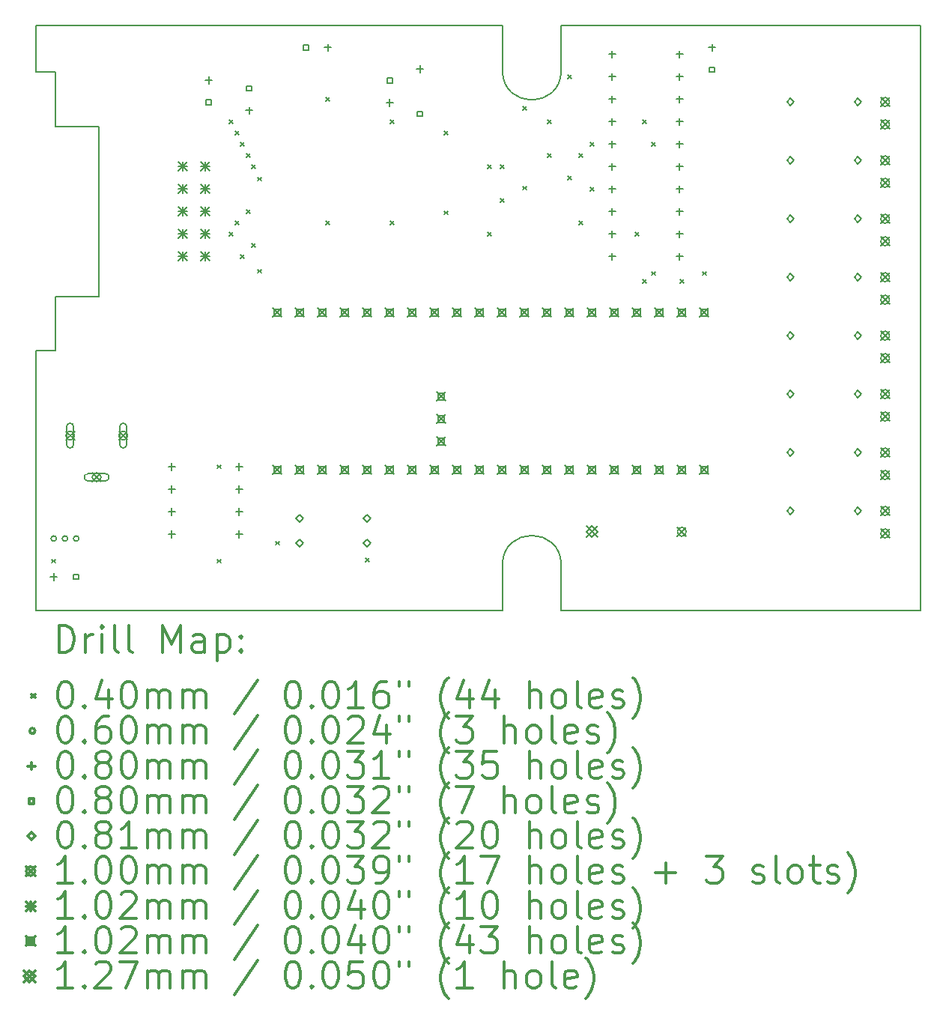
<source format=gbr>
%FSLAX45Y45*%
G04 Gerber Fmt 4.5, Leading zero omitted, Abs format (unit mm)*
G04 Created by KiCad (PCBNEW 4.0.5+dfsg1-4) date Sat Oct 15 20:35:44 2022*
%MOMM*%
%LPD*%
G01*
G04 APERTURE LIST*
%ADD10C,0.127000*%
%ADD11C,0.150000*%
%ADD12C,0.200000*%
%ADD13C,0.300000*%
G04 APERTURE END LIST*
D10*
D11*
X10972000Y-7583000D02*
X16248500Y-7583000D01*
X16248500Y-7583000D02*
X16248500Y-8097500D01*
X16248500Y-8097500D02*
G75*
G03X16911500Y-8097500I331500J0D01*
G01*
X16911500Y-8097500D02*
X16911500Y-7583000D01*
X16911500Y-7583000D02*
X20972000Y-7583000D01*
X20972000Y-7583000D02*
X20972000Y-14197000D01*
X20972000Y-14197000D02*
X16911500Y-14197000D01*
X16911500Y-14197000D02*
X16911500Y-13682500D01*
X16911500Y-13682500D02*
G75*
G03X16248500Y-13682500I-331500J0D01*
G01*
X16248500Y-13682500D02*
X16248500Y-14197000D01*
X16248500Y-14197000D02*
X10972000Y-14197000D01*
X10972000Y-14197000D02*
X10972000Y-11262900D01*
X10972000Y-11262900D02*
X11198060Y-11262900D01*
X11198060Y-11262900D02*
X11198060Y-10649890D01*
X11198060Y-10649890D02*
X11683200Y-10649890D01*
X11683200Y-10649890D02*
X11683200Y-8727110D01*
X11683200Y-8727110D02*
X11198060Y-8727110D01*
X11198060Y-8727110D02*
X11198060Y-8114100D01*
X11198060Y-8114100D02*
X10972000Y-8114100D01*
X10972000Y-8114100D02*
X10972000Y-7583000D01*
D12*
X11156000Y-13619800D02*
X11196000Y-13659800D01*
X11196000Y-13619800D02*
X11156000Y-13659800D01*
X13022900Y-12553000D02*
X13062900Y-12593000D01*
X13062900Y-12553000D02*
X13022900Y-12593000D01*
X13022900Y-13619800D02*
X13062900Y-13659800D01*
X13062900Y-13619800D02*
X13022900Y-13659800D01*
X13162600Y-8654100D02*
X13202600Y-8694100D01*
X13202600Y-8654100D02*
X13162600Y-8694100D01*
X13162600Y-9924100D02*
X13202600Y-9964100D01*
X13202600Y-9924100D02*
X13162600Y-9964100D01*
X13226100Y-8781100D02*
X13266100Y-8821100D01*
X13266100Y-8781100D02*
X13226100Y-8821100D01*
X13226100Y-9797100D02*
X13266100Y-9837100D01*
X13266100Y-9797100D02*
X13226100Y-9837100D01*
X13289600Y-8908100D02*
X13329600Y-8948100D01*
X13329600Y-8908100D02*
X13289600Y-8948100D01*
X13289600Y-10178100D02*
X13329600Y-10218100D01*
X13329600Y-10178100D02*
X13289600Y-10218100D01*
X13353100Y-9035100D02*
X13393100Y-9075100D01*
X13393100Y-9035100D02*
X13353100Y-9075100D01*
X13353100Y-9670100D02*
X13393100Y-9710100D01*
X13393100Y-9670100D02*
X13353100Y-9710100D01*
X13416600Y-9162100D02*
X13456600Y-9202100D01*
X13456600Y-9162100D02*
X13416600Y-9202100D01*
X13416600Y-10051100D02*
X13456600Y-10091100D01*
X13456600Y-10051100D02*
X13416600Y-10091100D01*
X13480100Y-9301800D02*
X13520100Y-9341800D01*
X13520100Y-9301800D02*
X13480100Y-9341800D01*
X13480100Y-10343200D02*
X13520100Y-10383200D01*
X13520100Y-10343200D02*
X13480100Y-10383200D01*
X13683300Y-13416600D02*
X13723300Y-13456600D01*
X13723300Y-13416600D02*
X13683300Y-13456600D01*
X14254800Y-8400100D02*
X14294800Y-8440100D01*
X14294800Y-8400100D02*
X14254800Y-8440100D01*
X14254800Y-9797100D02*
X14294800Y-9837100D01*
X14294800Y-9797100D02*
X14254800Y-9837100D01*
X14699300Y-13607100D02*
X14739300Y-13647100D01*
X14739300Y-13607100D02*
X14699300Y-13647100D01*
X14978700Y-8654100D02*
X15018700Y-8694100D01*
X15018700Y-8654100D02*
X14978700Y-8694100D01*
X14978700Y-9797100D02*
X15018700Y-9837100D01*
X15018700Y-9797100D02*
X14978700Y-9837100D01*
X15588300Y-8781100D02*
X15628300Y-8821100D01*
X15628300Y-8781100D02*
X15588300Y-8821100D01*
X15588300Y-9682800D02*
X15628300Y-9722800D01*
X15628300Y-9682800D02*
X15588300Y-9722800D01*
X16083600Y-9162100D02*
X16123600Y-9202100D01*
X16123600Y-9162100D02*
X16083600Y-9202100D01*
X16083600Y-9924100D02*
X16123600Y-9964100D01*
X16123600Y-9924100D02*
X16083600Y-9964100D01*
X16223300Y-9162100D02*
X16263300Y-9202100D01*
X16263300Y-9162100D02*
X16223300Y-9202100D01*
X16223300Y-9543100D02*
X16263300Y-9583100D01*
X16263300Y-9543100D02*
X16223300Y-9583100D01*
X16477300Y-8501700D02*
X16517300Y-8541700D01*
X16517300Y-8501700D02*
X16477300Y-8541700D01*
X16477300Y-9403400D02*
X16517300Y-9443400D01*
X16517300Y-9403400D02*
X16477300Y-9443400D01*
X16756700Y-8654100D02*
X16796700Y-8694100D01*
X16796700Y-8654100D02*
X16756700Y-8694100D01*
X16756700Y-9035100D02*
X16796700Y-9075100D01*
X16796700Y-9035100D02*
X16756700Y-9075100D01*
X16985300Y-8146100D02*
X17025300Y-8186100D01*
X17025300Y-8146100D02*
X16985300Y-8186100D01*
X16985300Y-9289100D02*
X17025300Y-9329100D01*
X17025300Y-9289100D02*
X16985300Y-9329100D01*
X17112300Y-9035100D02*
X17152300Y-9075100D01*
X17152300Y-9035100D02*
X17112300Y-9075100D01*
X17112300Y-9797100D02*
X17152300Y-9837100D01*
X17152300Y-9797100D02*
X17112300Y-9837100D01*
X17239300Y-8908100D02*
X17279300Y-8948100D01*
X17279300Y-8908100D02*
X17239300Y-8948100D01*
X17239300Y-9416100D02*
X17279300Y-9456100D01*
X17279300Y-9416100D02*
X17239300Y-9456100D01*
X17747300Y-9924100D02*
X17787300Y-9964100D01*
X17787300Y-9924100D02*
X17747300Y-9964100D01*
X17836200Y-8654100D02*
X17876200Y-8694100D01*
X17876200Y-8654100D02*
X17836200Y-8694100D01*
X17836200Y-10457500D02*
X17876200Y-10497500D01*
X17876200Y-10457500D02*
X17836200Y-10497500D01*
X17937800Y-8908100D02*
X17977800Y-8948100D01*
X17977800Y-8908100D02*
X17937800Y-8948100D01*
X17937800Y-10368600D02*
X17977800Y-10408600D01*
X17977800Y-10368600D02*
X17937800Y-10408600D01*
X18255300Y-10457500D02*
X18295300Y-10497500D01*
X18295300Y-10457500D02*
X18255300Y-10497500D01*
X18509300Y-10368600D02*
X18549300Y-10408600D01*
X18549300Y-10368600D02*
X18509300Y-10408600D01*
X11206000Y-13385800D02*
G75*
G03X11206000Y-13385800I-30000J0D01*
G01*
X11333000Y-13385800D02*
G75*
G03X11333000Y-13385800I-30000J0D01*
G01*
X11460000Y-13385800D02*
G75*
G03X11460000Y-13385800I-30000J0D01*
G01*
X11176000Y-13777600D02*
X11176000Y-13857600D01*
X11136000Y-13817600D02*
X11216000Y-13817600D01*
X12509500Y-12533000D02*
X12509500Y-12613000D01*
X12469500Y-12573000D02*
X12549500Y-12573000D01*
X12509500Y-12787000D02*
X12509500Y-12867000D01*
X12469500Y-12827000D02*
X12549500Y-12827000D01*
X12509500Y-13041000D02*
X12509500Y-13121000D01*
X12469500Y-13081000D02*
X12549500Y-13081000D01*
X12509500Y-13295000D02*
X12509500Y-13375000D01*
X12469500Y-13335000D02*
X12549500Y-13335000D01*
X12928600Y-8164200D02*
X12928600Y-8244200D01*
X12888600Y-8204200D02*
X12968600Y-8204200D01*
X13271500Y-12533000D02*
X13271500Y-12613000D01*
X13231500Y-12573000D02*
X13311500Y-12573000D01*
X13271500Y-12787000D02*
X13271500Y-12867000D01*
X13231500Y-12827000D02*
X13311500Y-12827000D01*
X13271500Y-13041000D02*
X13271500Y-13121000D01*
X13231500Y-13081000D02*
X13311500Y-13081000D01*
X13271500Y-13295000D02*
X13271500Y-13375000D01*
X13231500Y-13335000D02*
X13311500Y-13335000D01*
X13385800Y-8507100D02*
X13385800Y-8587100D01*
X13345800Y-8547100D02*
X13425800Y-8547100D01*
X14274800Y-7795900D02*
X14274800Y-7875900D01*
X14234800Y-7835900D02*
X14314800Y-7835900D01*
X14973300Y-8418200D02*
X14973300Y-8498200D01*
X14933300Y-8458200D02*
X15013300Y-8458200D01*
X15316200Y-8037200D02*
X15316200Y-8117200D01*
X15276200Y-8077200D02*
X15356200Y-8077200D01*
X17487900Y-7872100D02*
X17487900Y-7952100D01*
X17447900Y-7912100D02*
X17527900Y-7912100D01*
X17487900Y-8126100D02*
X17487900Y-8206100D01*
X17447900Y-8166100D02*
X17527900Y-8166100D01*
X17487900Y-8380100D02*
X17487900Y-8460100D01*
X17447900Y-8420100D02*
X17527900Y-8420100D01*
X17487900Y-8634100D02*
X17487900Y-8714100D01*
X17447900Y-8674100D02*
X17527900Y-8674100D01*
X17487900Y-8888100D02*
X17487900Y-8968100D01*
X17447900Y-8928100D02*
X17527900Y-8928100D01*
X17487900Y-9142100D02*
X17487900Y-9222100D01*
X17447900Y-9182100D02*
X17527900Y-9182100D01*
X17487900Y-9396100D02*
X17487900Y-9476100D01*
X17447900Y-9436100D02*
X17527900Y-9436100D01*
X17487900Y-9650100D02*
X17487900Y-9730100D01*
X17447900Y-9690100D02*
X17527900Y-9690100D01*
X17487900Y-9904100D02*
X17487900Y-9984100D01*
X17447900Y-9944100D02*
X17527900Y-9944100D01*
X17487900Y-10158100D02*
X17487900Y-10238100D01*
X17447900Y-10198100D02*
X17527900Y-10198100D01*
X18249900Y-7872100D02*
X18249900Y-7952100D01*
X18209900Y-7912100D02*
X18289900Y-7912100D01*
X18249900Y-8126100D02*
X18249900Y-8206100D01*
X18209900Y-8166100D02*
X18289900Y-8166100D01*
X18249900Y-8380100D02*
X18249900Y-8460100D01*
X18209900Y-8420100D02*
X18289900Y-8420100D01*
X18249900Y-8634100D02*
X18249900Y-8714100D01*
X18209900Y-8674100D02*
X18289900Y-8674100D01*
X18249900Y-8888100D02*
X18249900Y-8968100D01*
X18209900Y-8928100D02*
X18289900Y-8928100D01*
X18249900Y-9142100D02*
X18249900Y-9222100D01*
X18209900Y-9182100D02*
X18289900Y-9182100D01*
X18249900Y-9396100D02*
X18249900Y-9476100D01*
X18209900Y-9436100D02*
X18289900Y-9436100D01*
X18249900Y-9650100D02*
X18249900Y-9730100D01*
X18209900Y-9690100D02*
X18289900Y-9690100D01*
X18249900Y-9904100D02*
X18249900Y-9984100D01*
X18209900Y-9944100D02*
X18289900Y-9944100D01*
X18249900Y-10158100D02*
X18249900Y-10238100D01*
X18209900Y-10198100D02*
X18289900Y-10198100D01*
X18618200Y-7795900D02*
X18618200Y-7875900D01*
X18578200Y-7835900D02*
X18658200Y-7835900D01*
X11454288Y-13845888D02*
X11454288Y-13789312D01*
X11397712Y-13789312D01*
X11397712Y-13845888D01*
X11454288Y-13845888D01*
X12956888Y-8482488D02*
X12956888Y-8425912D01*
X12900312Y-8425912D01*
X12900312Y-8482488D01*
X12956888Y-8482488D01*
X13414088Y-8325388D02*
X13414088Y-8268812D01*
X13357512Y-8268812D01*
X13357512Y-8325388D01*
X13414088Y-8325388D01*
X14053088Y-7864188D02*
X14053088Y-7807612D01*
X13996512Y-7807612D01*
X13996512Y-7864188D01*
X14053088Y-7864188D01*
X15001588Y-8236488D02*
X15001588Y-8179912D01*
X14945012Y-8179912D01*
X14945012Y-8236488D01*
X15001588Y-8236488D01*
X15344488Y-8613488D02*
X15344488Y-8556912D01*
X15287912Y-8556912D01*
X15287912Y-8613488D01*
X15344488Y-8613488D01*
X18646488Y-8114188D02*
X18646488Y-8057612D01*
X18589912Y-8057612D01*
X18589912Y-8114188D01*
X18646488Y-8114188D01*
X13957300Y-13197840D02*
X13997940Y-13157200D01*
X13957300Y-13116560D01*
X13916660Y-13157200D01*
X13957300Y-13197840D01*
X13957300Y-13477240D02*
X13997940Y-13436600D01*
X13957300Y-13395960D01*
X13916660Y-13436600D01*
X13957300Y-13477240D01*
X14719300Y-13197840D02*
X14759940Y-13157200D01*
X14719300Y-13116560D01*
X14678660Y-13157200D01*
X14719300Y-13197840D01*
X14719300Y-13477240D02*
X14759940Y-13436600D01*
X14719300Y-13395960D01*
X14678660Y-13436600D01*
X14719300Y-13477240D01*
X19504500Y-8492240D02*
X19545140Y-8451600D01*
X19504500Y-8410960D01*
X19463860Y-8451600D01*
X19504500Y-8492240D01*
X19504500Y-9152640D02*
X19545140Y-9112000D01*
X19504500Y-9071360D01*
X19463860Y-9112000D01*
X19504500Y-9152640D01*
X19504500Y-9813040D02*
X19545140Y-9772400D01*
X19504500Y-9731760D01*
X19463860Y-9772400D01*
X19504500Y-9813040D01*
X19504500Y-10473440D02*
X19545140Y-10432800D01*
X19504500Y-10392160D01*
X19463860Y-10432800D01*
X19504500Y-10473440D01*
X19504500Y-11133840D02*
X19545140Y-11093200D01*
X19504500Y-11052560D01*
X19463860Y-11093200D01*
X19504500Y-11133840D01*
X19504500Y-11794240D02*
X19545140Y-11753600D01*
X19504500Y-11712960D01*
X19463860Y-11753600D01*
X19504500Y-11794240D01*
X19504500Y-12454640D02*
X19545140Y-12414000D01*
X19504500Y-12373360D01*
X19463860Y-12414000D01*
X19504500Y-12454640D01*
X19504500Y-13115040D02*
X19545140Y-13074400D01*
X19504500Y-13033760D01*
X19463860Y-13074400D01*
X19504500Y-13115040D01*
X20266500Y-8492240D02*
X20307140Y-8451600D01*
X20266500Y-8410960D01*
X20225860Y-8451600D01*
X20266500Y-8492240D01*
X20266500Y-9152640D02*
X20307140Y-9112000D01*
X20266500Y-9071360D01*
X20225860Y-9112000D01*
X20266500Y-9152640D01*
X20266500Y-9813040D02*
X20307140Y-9772400D01*
X20266500Y-9731760D01*
X20225860Y-9772400D01*
X20266500Y-9813040D01*
X20266500Y-10473440D02*
X20307140Y-10432800D01*
X20266500Y-10392160D01*
X20225860Y-10432800D01*
X20266500Y-10473440D01*
X20266500Y-11133840D02*
X20307140Y-11093200D01*
X20266500Y-11052560D01*
X20225860Y-11093200D01*
X20266500Y-11133840D01*
X20266500Y-11794240D02*
X20307140Y-11753600D01*
X20266500Y-11712960D01*
X20225860Y-11753600D01*
X20266500Y-11794240D01*
X20266500Y-12454640D02*
X20307140Y-12414000D01*
X20266500Y-12373360D01*
X20225860Y-12414000D01*
X20266500Y-12454640D01*
X20266500Y-13115040D02*
X20307140Y-13074400D01*
X20266500Y-13033760D01*
X20225860Y-13074400D01*
X20266500Y-13115040D01*
X11311028Y-12172962D02*
X11411104Y-12273038D01*
X11411104Y-12172962D02*
X11311028Y-12273038D01*
X11411104Y-12223000D02*
G75*
G03X11411104Y-12223000I-50038J0D01*
G01*
X11321028Y-12123051D02*
X11321028Y-12322949D01*
X11401104Y-12123051D02*
X11401104Y-12322949D01*
X11321028Y-12322949D02*
G75*
G03X11401104Y-12322949I40038J0D01*
G01*
X11401104Y-12123051D02*
G75*
G03X11321028Y-12123051I-40038J0D01*
G01*
X11611002Y-12642862D02*
X11711078Y-12742938D01*
X11711078Y-12642862D02*
X11611002Y-12742938D01*
X11711078Y-12692900D02*
G75*
G03X11711078Y-12692900I-50038J0D01*
G01*
X11561091Y-12732938D02*
X11760989Y-12732938D01*
X11561091Y-12652862D02*
X11760989Y-12652862D01*
X11760989Y-12732938D02*
G75*
G03X11760989Y-12652862I0J40038D01*
G01*
X11561091Y-12652862D02*
G75*
G03X11561091Y-12732938I0J-40038D01*
G01*
X11910976Y-12172962D02*
X12011052Y-12273038D01*
X12011052Y-12172962D02*
X11910976Y-12273038D01*
X12011052Y-12223000D02*
G75*
G03X12011052Y-12223000I-50038J0D01*
G01*
X11920976Y-12123051D02*
X11920976Y-12322949D01*
X12001052Y-12123051D02*
X12001052Y-12322949D01*
X11920976Y-12322949D02*
G75*
G03X12001052Y-12322949I40038J0D01*
G01*
X12001052Y-12123051D02*
G75*
G03X11920976Y-12123051I-40038J0D01*
G01*
X18225262Y-13259816D02*
X18325338Y-13359892D01*
X18325338Y-13259816D02*
X18225262Y-13359892D01*
X18325338Y-13309854D02*
G75*
G03X18325338Y-13309854I-50038J0D01*
G01*
X20523962Y-8401562D02*
X20624038Y-8501638D01*
X20624038Y-8401562D02*
X20523962Y-8501638D01*
X20624038Y-8451600D02*
G75*
G03X20624038Y-8451600I-50038J0D01*
G01*
X20523962Y-8655562D02*
X20624038Y-8755638D01*
X20624038Y-8655562D02*
X20523962Y-8755638D01*
X20624038Y-8705600D02*
G75*
G03X20624038Y-8705600I-50038J0D01*
G01*
X20523962Y-9061962D02*
X20624038Y-9162038D01*
X20624038Y-9061962D02*
X20523962Y-9162038D01*
X20624038Y-9112000D02*
G75*
G03X20624038Y-9112000I-50038J0D01*
G01*
X20523962Y-9315962D02*
X20624038Y-9416038D01*
X20624038Y-9315962D02*
X20523962Y-9416038D01*
X20624038Y-9366000D02*
G75*
G03X20624038Y-9366000I-50038J0D01*
G01*
X20523962Y-9722362D02*
X20624038Y-9822438D01*
X20624038Y-9722362D02*
X20523962Y-9822438D01*
X20624038Y-9772400D02*
G75*
G03X20624038Y-9772400I-50038J0D01*
G01*
X20523962Y-9976362D02*
X20624038Y-10076438D01*
X20624038Y-9976362D02*
X20523962Y-10076438D01*
X20624038Y-10026400D02*
G75*
G03X20624038Y-10026400I-50038J0D01*
G01*
X20523962Y-10382762D02*
X20624038Y-10482838D01*
X20624038Y-10382762D02*
X20523962Y-10482838D01*
X20624038Y-10432800D02*
G75*
G03X20624038Y-10432800I-50038J0D01*
G01*
X20523962Y-10636762D02*
X20624038Y-10736838D01*
X20624038Y-10636762D02*
X20523962Y-10736838D01*
X20624038Y-10686800D02*
G75*
G03X20624038Y-10686800I-50038J0D01*
G01*
X20523962Y-11043162D02*
X20624038Y-11143238D01*
X20624038Y-11043162D02*
X20523962Y-11143238D01*
X20624038Y-11093200D02*
G75*
G03X20624038Y-11093200I-50038J0D01*
G01*
X20523962Y-11297162D02*
X20624038Y-11397238D01*
X20624038Y-11297162D02*
X20523962Y-11397238D01*
X20624038Y-11347200D02*
G75*
G03X20624038Y-11347200I-50038J0D01*
G01*
X20523962Y-11703562D02*
X20624038Y-11803638D01*
X20624038Y-11703562D02*
X20523962Y-11803638D01*
X20624038Y-11753600D02*
G75*
G03X20624038Y-11753600I-50038J0D01*
G01*
X20523962Y-11957562D02*
X20624038Y-12057638D01*
X20624038Y-11957562D02*
X20523962Y-12057638D01*
X20624038Y-12007600D02*
G75*
G03X20624038Y-12007600I-50038J0D01*
G01*
X20523962Y-12363962D02*
X20624038Y-12464038D01*
X20624038Y-12363962D02*
X20523962Y-12464038D01*
X20624038Y-12414000D02*
G75*
G03X20624038Y-12414000I-50038J0D01*
G01*
X20523962Y-12617962D02*
X20624038Y-12718038D01*
X20624038Y-12617962D02*
X20523962Y-12718038D01*
X20624038Y-12668000D02*
G75*
G03X20624038Y-12668000I-50038J0D01*
G01*
X20523962Y-13024362D02*
X20624038Y-13124438D01*
X20624038Y-13024362D02*
X20523962Y-13124438D01*
X20624038Y-13074400D02*
G75*
G03X20624038Y-13074400I-50038J0D01*
G01*
X20523962Y-13278362D02*
X20624038Y-13378438D01*
X20624038Y-13278362D02*
X20523962Y-13378438D01*
X20624038Y-13328400D02*
G75*
G03X20624038Y-13328400I-50038J0D01*
G01*
X12585700Y-9129700D02*
X12687300Y-9231300D01*
X12687300Y-9129700D02*
X12585700Y-9231300D01*
X12636500Y-9129700D02*
X12636500Y-9231300D01*
X12585700Y-9180500D02*
X12687300Y-9180500D01*
X12585700Y-9383700D02*
X12687300Y-9485300D01*
X12687300Y-9383700D02*
X12585700Y-9485300D01*
X12636500Y-9383700D02*
X12636500Y-9485300D01*
X12585700Y-9434500D02*
X12687300Y-9434500D01*
X12585700Y-9637700D02*
X12687300Y-9739300D01*
X12687300Y-9637700D02*
X12585700Y-9739300D01*
X12636500Y-9637700D02*
X12636500Y-9739300D01*
X12585700Y-9688500D02*
X12687300Y-9688500D01*
X12585700Y-9891700D02*
X12687300Y-9993300D01*
X12687300Y-9891700D02*
X12585700Y-9993300D01*
X12636500Y-9891700D02*
X12636500Y-9993300D01*
X12585700Y-9942500D02*
X12687300Y-9942500D01*
X12585700Y-10145700D02*
X12687300Y-10247300D01*
X12687300Y-10145700D02*
X12585700Y-10247300D01*
X12636500Y-10145700D02*
X12636500Y-10247300D01*
X12585700Y-10196500D02*
X12687300Y-10196500D01*
X12839700Y-9129700D02*
X12941300Y-9231300D01*
X12941300Y-9129700D02*
X12839700Y-9231300D01*
X12890500Y-9129700D02*
X12890500Y-9231300D01*
X12839700Y-9180500D02*
X12941300Y-9180500D01*
X12839700Y-9383700D02*
X12941300Y-9485300D01*
X12941300Y-9383700D02*
X12839700Y-9485300D01*
X12890500Y-9383700D02*
X12890500Y-9485300D01*
X12839700Y-9434500D02*
X12941300Y-9434500D01*
X12839700Y-9637700D02*
X12941300Y-9739300D01*
X12941300Y-9637700D02*
X12839700Y-9739300D01*
X12890500Y-9637700D02*
X12890500Y-9739300D01*
X12839700Y-9688500D02*
X12941300Y-9688500D01*
X12839700Y-9891700D02*
X12941300Y-9993300D01*
X12941300Y-9891700D02*
X12839700Y-9993300D01*
X12890500Y-9891700D02*
X12890500Y-9993300D01*
X12839700Y-9942500D02*
X12941300Y-9942500D01*
X12839700Y-10145700D02*
X12941300Y-10247300D01*
X12941300Y-10145700D02*
X12839700Y-10247300D01*
X12890500Y-10145700D02*
X12890500Y-10247300D01*
X12839700Y-10196500D02*
X12941300Y-10196500D01*
X13652300Y-10782100D02*
X13754300Y-10884100D01*
X13754300Y-10782100D02*
X13652300Y-10884100D01*
X13739363Y-10869163D02*
X13739363Y-10797037D01*
X13667237Y-10797037D01*
X13667237Y-10869163D01*
X13739363Y-10869163D01*
X13652300Y-12560100D02*
X13754300Y-12662100D01*
X13754300Y-12560100D02*
X13652300Y-12662100D01*
X13739363Y-12647163D02*
X13739363Y-12575037D01*
X13667237Y-12575037D01*
X13667237Y-12647163D01*
X13739363Y-12647163D01*
X13906300Y-10782100D02*
X14008300Y-10884100D01*
X14008300Y-10782100D02*
X13906300Y-10884100D01*
X13993363Y-10869163D02*
X13993363Y-10797037D01*
X13921237Y-10797037D01*
X13921237Y-10869163D01*
X13993363Y-10869163D01*
X13906300Y-12560100D02*
X14008300Y-12662100D01*
X14008300Y-12560100D02*
X13906300Y-12662100D01*
X13993363Y-12647163D02*
X13993363Y-12575037D01*
X13921237Y-12575037D01*
X13921237Y-12647163D01*
X13993363Y-12647163D01*
X14160300Y-10782100D02*
X14262300Y-10884100D01*
X14262300Y-10782100D02*
X14160300Y-10884100D01*
X14247363Y-10869163D02*
X14247363Y-10797037D01*
X14175237Y-10797037D01*
X14175237Y-10869163D01*
X14247363Y-10869163D01*
X14160300Y-12560100D02*
X14262300Y-12662100D01*
X14262300Y-12560100D02*
X14160300Y-12662100D01*
X14247363Y-12647163D02*
X14247363Y-12575037D01*
X14175237Y-12575037D01*
X14175237Y-12647163D01*
X14247363Y-12647163D01*
X14414300Y-10782100D02*
X14516300Y-10884100D01*
X14516300Y-10782100D02*
X14414300Y-10884100D01*
X14501363Y-10869163D02*
X14501363Y-10797037D01*
X14429237Y-10797037D01*
X14429237Y-10869163D01*
X14501363Y-10869163D01*
X14414300Y-12560100D02*
X14516300Y-12662100D01*
X14516300Y-12560100D02*
X14414300Y-12662100D01*
X14501363Y-12647163D02*
X14501363Y-12575037D01*
X14429237Y-12575037D01*
X14429237Y-12647163D01*
X14501363Y-12647163D01*
X14668300Y-10782100D02*
X14770300Y-10884100D01*
X14770300Y-10782100D02*
X14668300Y-10884100D01*
X14755363Y-10869163D02*
X14755363Y-10797037D01*
X14683237Y-10797037D01*
X14683237Y-10869163D01*
X14755363Y-10869163D01*
X14668300Y-12560100D02*
X14770300Y-12662100D01*
X14770300Y-12560100D02*
X14668300Y-12662100D01*
X14755363Y-12647163D02*
X14755363Y-12575037D01*
X14683237Y-12575037D01*
X14683237Y-12647163D01*
X14755363Y-12647163D01*
X14922300Y-10782100D02*
X15024300Y-10884100D01*
X15024300Y-10782100D02*
X14922300Y-10884100D01*
X15009363Y-10869163D02*
X15009363Y-10797037D01*
X14937237Y-10797037D01*
X14937237Y-10869163D01*
X15009363Y-10869163D01*
X14922300Y-12560100D02*
X15024300Y-12662100D01*
X15024300Y-12560100D02*
X14922300Y-12662100D01*
X15009363Y-12647163D02*
X15009363Y-12575037D01*
X14937237Y-12575037D01*
X14937237Y-12647163D01*
X15009363Y-12647163D01*
X15176300Y-10782100D02*
X15278300Y-10884100D01*
X15278300Y-10782100D02*
X15176300Y-10884100D01*
X15263363Y-10869163D02*
X15263363Y-10797037D01*
X15191237Y-10797037D01*
X15191237Y-10869163D01*
X15263363Y-10869163D01*
X15176300Y-12560100D02*
X15278300Y-12662100D01*
X15278300Y-12560100D02*
X15176300Y-12662100D01*
X15263363Y-12647163D02*
X15263363Y-12575037D01*
X15191237Y-12575037D01*
X15191237Y-12647163D01*
X15263363Y-12647163D01*
X15430300Y-10782100D02*
X15532300Y-10884100D01*
X15532300Y-10782100D02*
X15430300Y-10884100D01*
X15517363Y-10869163D02*
X15517363Y-10797037D01*
X15445237Y-10797037D01*
X15445237Y-10869163D01*
X15517363Y-10869163D01*
X15430300Y-12560100D02*
X15532300Y-12662100D01*
X15532300Y-12560100D02*
X15430300Y-12662100D01*
X15517363Y-12647163D02*
X15517363Y-12575037D01*
X15445237Y-12575037D01*
X15445237Y-12647163D01*
X15517363Y-12647163D01*
X15505300Y-11729510D02*
X15607300Y-11831510D01*
X15607300Y-11729510D02*
X15505300Y-11831510D01*
X15592363Y-11816573D02*
X15592363Y-11744447D01*
X15520237Y-11744447D01*
X15520237Y-11816573D01*
X15592363Y-11816573D01*
X15505300Y-11983510D02*
X15607300Y-12085510D01*
X15607300Y-11983510D02*
X15505300Y-12085510D01*
X15592363Y-12070573D02*
X15592363Y-11998447D01*
X15520237Y-11998447D01*
X15520237Y-12070573D01*
X15592363Y-12070573D01*
X15505300Y-12237510D02*
X15607300Y-12339510D01*
X15607300Y-12237510D02*
X15505300Y-12339510D01*
X15592363Y-12324573D02*
X15592363Y-12252447D01*
X15520237Y-12252447D01*
X15520237Y-12324573D01*
X15592363Y-12324573D01*
X15684300Y-10782100D02*
X15786300Y-10884100D01*
X15786300Y-10782100D02*
X15684300Y-10884100D01*
X15771363Y-10869163D02*
X15771363Y-10797037D01*
X15699237Y-10797037D01*
X15699237Y-10869163D01*
X15771363Y-10869163D01*
X15684300Y-12560100D02*
X15786300Y-12662100D01*
X15786300Y-12560100D02*
X15684300Y-12662100D01*
X15771363Y-12647163D02*
X15771363Y-12575037D01*
X15699237Y-12575037D01*
X15699237Y-12647163D01*
X15771363Y-12647163D01*
X15938300Y-10782100D02*
X16040300Y-10884100D01*
X16040300Y-10782100D02*
X15938300Y-10884100D01*
X16025363Y-10869163D02*
X16025363Y-10797037D01*
X15953237Y-10797037D01*
X15953237Y-10869163D01*
X16025363Y-10869163D01*
X15938300Y-12560100D02*
X16040300Y-12662100D01*
X16040300Y-12560100D02*
X15938300Y-12662100D01*
X16025363Y-12647163D02*
X16025363Y-12575037D01*
X15953237Y-12575037D01*
X15953237Y-12647163D01*
X16025363Y-12647163D01*
X16192300Y-10782100D02*
X16294300Y-10884100D01*
X16294300Y-10782100D02*
X16192300Y-10884100D01*
X16279363Y-10869163D02*
X16279363Y-10797037D01*
X16207237Y-10797037D01*
X16207237Y-10869163D01*
X16279363Y-10869163D01*
X16192300Y-12560100D02*
X16294300Y-12662100D01*
X16294300Y-12560100D02*
X16192300Y-12662100D01*
X16279363Y-12647163D02*
X16279363Y-12575037D01*
X16207237Y-12575037D01*
X16207237Y-12647163D01*
X16279363Y-12647163D01*
X16446300Y-10782100D02*
X16548300Y-10884100D01*
X16548300Y-10782100D02*
X16446300Y-10884100D01*
X16533363Y-10869163D02*
X16533363Y-10797037D01*
X16461237Y-10797037D01*
X16461237Y-10869163D01*
X16533363Y-10869163D01*
X16446300Y-12560100D02*
X16548300Y-12662100D01*
X16548300Y-12560100D02*
X16446300Y-12662100D01*
X16533363Y-12647163D02*
X16533363Y-12575037D01*
X16461237Y-12575037D01*
X16461237Y-12647163D01*
X16533363Y-12647163D01*
X16700300Y-10782100D02*
X16802300Y-10884100D01*
X16802300Y-10782100D02*
X16700300Y-10884100D01*
X16787363Y-10869163D02*
X16787363Y-10797037D01*
X16715237Y-10797037D01*
X16715237Y-10869163D01*
X16787363Y-10869163D01*
X16700300Y-12560100D02*
X16802300Y-12662100D01*
X16802300Y-12560100D02*
X16700300Y-12662100D01*
X16787363Y-12647163D02*
X16787363Y-12575037D01*
X16715237Y-12575037D01*
X16715237Y-12647163D01*
X16787363Y-12647163D01*
X16954300Y-10782100D02*
X17056300Y-10884100D01*
X17056300Y-10782100D02*
X16954300Y-10884100D01*
X17041363Y-10869163D02*
X17041363Y-10797037D01*
X16969237Y-10797037D01*
X16969237Y-10869163D01*
X17041363Y-10869163D01*
X16954300Y-12560100D02*
X17056300Y-12662100D01*
X17056300Y-12560100D02*
X16954300Y-12662100D01*
X17041363Y-12647163D02*
X17041363Y-12575037D01*
X16969237Y-12575037D01*
X16969237Y-12647163D01*
X17041363Y-12647163D01*
X17208300Y-10782100D02*
X17310300Y-10884100D01*
X17310300Y-10782100D02*
X17208300Y-10884100D01*
X17295363Y-10869163D02*
X17295363Y-10797037D01*
X17223237Y-10797037D01*
X17223237Y-10869163D01*
X17295363Y-10869163D01*
X17208300Y-12560100D02*
X17310300Y-12662100D01*
X17310300Y-12560100D02*
X17208300Y-12662100D01*
X17295363Y-12647163D02*
X17295363Y-12575037D01*
X17223237Y-12575037D01*
X17223237Y-12647163D01*
X17295363Y-12647163D01*
X17462300Y-10782100D02*
X17564300Y-10884100D01*
X17564300Y-10782100D02*
X17462300Y-10884100D01*
X17549363Y-10869163D02*
X17549363Y-10797037D01*
X17477237Y-10797037D01*
X17477237Y-10869163D01*
X17549363Y-10869163D01*
X17462300Y-12560100D02*
X17564300Y-12662100D01*
X17564300Y-12560100D02*
X17462300Y-12662100D01*
X17549363Y-12647163D02*
X17549363Y-12575037D01*
X17477237Y-12575037D01*
X17477237Y-12647163D01*
X17549363Y-12647163D01*
X17716300Y-10782100D02*
X17818300Y-10884100D01*
X17818300Y-10782100D02*
X17716300Y-10884100D01*
X17803363Y-10869163D02*
X17803363Y-10797037D01*
X17731237Y-10797037D01*
X17731237Y-10869163D01*
X17803363Y-10869163D01*
X17716300Y-12560100D02*
X17818300Y-12662100D01*
X17818300Y-12560100D02*
X17716300Y-12662100D01*
X17803363Y-12647163D02*
X17803363Y-12575037D01*
X17731237Y-12575037D01*
X17731237Y-12647163D01*
X17803363Y-12647163D01*
X17970300Y-10782100D02*
X18072300Y-10884100D01*
X18072300Y-10782100D02*
X17970300Y-10884100D01*
X18057363Y-10869163D02*
X18057363Y-10797037D01*
X17985237Y-10797037D01*
X17985237Y-10869163D01*
X18057363Y-10869163D01*
X17970300Y-12560100D02*
X18072300Y-12662100D01*
X18072300Y-12560100D02*
X17970300Y-12662100D01*
X18057363Y-12647163D02*
X18057363Y-12575037D01*
X17985237Y-12575037D01*
X17985237Y-12647163D01*
X18057363Y-12647163D01*
X18224300Y-10782100D02*
X18326300Y-10884100D01*
X18326300Y-10782100D02*
X18224300Y-10884100D01*
X18311363Y-10869163D02*
X18311363Y-10797037D01*
X18239237Y-10797037D01*
X18239237Y-10869163D01*
X18311363Y-10869163D01*
X18224300Y-12560100D02*
X18326300Y-12662100D01*
X18326300Y-12560100D02*
X18224300Y-12662100D01*
X18311363Y-12647163D02*
X18311363Y-12575037D01*
X18239237Y-12575037D01*
X18239237Y-12647163D01*
X18311363Y-12647163D01*
X18478300Y-10782100D02*
X18580300Y-10884100D01*
X18580300Y-10782100D02*
X18478300Y-10884100D01*
X18565363Y-10869163D02*
X18565363Y-10797037D01*
X18493237Y-10797037D01*
X18493237Y-10869163D01*
X18565363Y-10869163D01*
X18478300Y-12560100D02*
X18580300Y-12662100D01*
X18580300Y-12560100D02*
X18478300Y-12662100D01*
X18565363Y-12647163D02*
X18565363Y-12575037D01*
X18493237Y-12575037D01*
X18493237Y-12647163D01*
X18565363Y-12647163D01*
X17195800Y-13246354D02*
X17322800Y-13373354D01*
X17322800Y-13246354D02*
X17195800Y-13373354D01*
X17259300Y-13373354D02*
X17322800Y-13309854D01*
X17259300Y-13246354D01*
X17195800Y-13309854D01*
X17259300Y-13373354D01*
D13*
X11235928Y-14670214D02*
X11235928Y-14370214D01*
X11307357Y-14370214D01*
X11350214Y-14384500D01*
X11378786Y-14413071D01*
X11393071Y-14441643D01*
X11407357Y-14498786D01*
X11407357Y-14541643D01*
X11393071Y-14598786D01*
X11378786Y-14627357D01*
X11350214Y-14655929D01*
X11307357Y-14670214D01*
X11235928Y-14670214D01*
X11535928Y-14670214D02*
X11535928Y-14470214D01*
X11535928Y-14527357D02*
X11550214Y-14498786D01*
X11564500Y-14484500D01*
X11593071Y-14470214D01*
X11621643Y-14470214D01*
X11721643Y-14670214D02*
X11721643Y-14470214D01*
X11721643Y-14370214D02*
X11707357Y-14384500D01*
X11721643Y-14398786D01*
X11735928Y-14384500D01*
X11721643Y-14370214D01*
X11721643Y-14398786D01*
X11907357Y-14670214D02*
X11878786Y-14655929D01*
X11864500Y-14627357D01*
X11864500Y-14370214D01*
X12064500Y-14670214D02*
X12035928Y-14655929D01*
X12021643Y-14627357D01*
X12021643Y-14370214D01*
X12407357Y-14670214D02*
X12407357Y-14370214D01*
X12507357Y-14584500D01*
X12607357Y-14370214D01*
X12607357Y-14670214D01*
X12878786Y-14670214D02*
X12878786Y-14513071D01*
X12864500Y-14484500D01*
X12835928Y-14470214D01*
X12778786Y-14470214D01*
X12750214Y-14484500D01*
X12878786Y-14655929D02*
X12850214Y-14670214D01*
X12778786Y-14670214D01*
X12750214Y-14655929D01*
X12735928Y-14627357D01*
X12735928Y-14598786D01*
X12750214Y-14570214D01*
X12778786Y-14555929D01*
X12850214Y-14555929D01*
X12878786Y-14541643D01*
X13021643Y-14470214D02*
X13021643Y-14770214D01*
X13021643Y-14484500D02*
X13050214Y-14470214D01*
X13107357Y-14470214D01*
X13135928Y-14484500D01*
X13150214Y-14498786D01*
X13164500Y-14527357D01*
X13164500Y-14613071D01*
X13150214Y-14641643D01*
X13135928Y-14655929D01*
X13107357Y-14670214D01*
X13050214Y-14670214D01*
X13021643Y-14655929D01*
X13293071Y-14641643D02*
X13307357Y-14655929D01*
X13293071Y-14670214D01*
X13278786Y-14655929D01*
X13293071Y-14641643D01*
X13293071Y-14670214D01*
X13293071Y-14484500D02*
X13307357Y-14498786D01*
X13293071Y-14513071D01*
X13278786Y-14498786D01*
X13293071Y-14484500D01*
X13293071Y-14513071D01*
X10924500Y-15144500D02*
X10964500Y-15184500D01*
X10964500Y-15144500D02*
X10924500Y-15184500D01*
X11293071Y-15000214D02*
X11321643Y-15000214D01*
X11350214Y-15014500D01*
X11364500Y-15028786D01*
X11378786Y-15057357D01*
X11393071Y-15114500D01*
X11393071Y-15185929D01*
X11378786Y-15243071D01*
X11364500Y-15271643D01*
X11350214Y-15285929D01*
X11321643Y-15300214D01*
X11293071Y-15300214D01*
X11264500Y-15285929D01*
X11250214Y-15271643D01*
X11235928Y-15243071D01*
X11221643Y-15185929D01*
X11221643Y-15114500D01*
X11235928Y-15057357D01*
X11250214Y-15028786D01*
X11264500Y-15014500D01*
X11293071Y-15000214D01*
X11521643Y-15271643D02*
X11535928Y-15285929D01*
X11521643Y-15300214D01*
X11507357Y-15285929D01*
X11521643Y-15271643D01*
X11521643Y-15300214D01*
X11793071Y-15100214D02*
X11793071Y-15300214D01*
X11721643Y-14985929D02*
X11650214Y-15200214D01*
X11835928Y-15200214D01*
X12007357Y-15000214D02*
X12035928Y-15000214D01*
X12064500Y-15014500D01*
X12078786Y-15028786D01*
X12093071Y-15057357D01*
X12107357Y-15114500D01*
X12107357Y-15185929D01*
X12093071Y-15243071D01*
X12078786Y-15271643D01*
X12064500Y-15285929D01*
X12035928Y-15300214D01*
X12007357Y-15300214D01*
X11978786Y-15285929D01*
X11964500Y-15271643D01*
X11950214Y-15243071D01*
X11935928Y-15185929D01*
X11935928Y-15114500D01*
X11950214Y-15057357D01*
X11964500Y-15028786D01*
X11978786Y-15014500D01*
X12007357Y-15000214D01*
X12235928Y-15300214D02*
X12235928Y-15100214D01*
X12235928Y-15128786D02*
X12250214Y-15114500D01*
X12278786Y-15100214D01*
X12321643Y-15100214D01*
X12350214Y-15114500D01*
X12364500Y-15143071D01*
X12364500Y-15300214D01*
X12364500Y-15143071D02*
X12378786Y-15114500D01*
X12407357Y-15100214D01*
X12450214Y-15100214D01*
X12478786Y-15114500D01*
X12493071Y-15143071D01*
X12493071Y-15300214D01*
X12635928Y-15300214D02*
X12635928Y-15100214D01*
X12635928Y-15128786D02*
X12650214Y-15114500D01*
X12678786Y-15100214D01*
X12721643Y-15100214D01*
X12750214Y-15114500D01*
X12764500Y-15143071D01*
X12764500Y-15300214D01*
X12764500Y-15143071D02*
X12778786Y-15114500D01*
X12807357Y-15100214D01*
X12850214Y-15100214D01*
X12878786Y-15114500D01*
X12893071Y-15143071D01*
X12893071Y-15300214D01*
X13478786Y-14985929D02*
X13221643Y-15371643D01*
X13864500Y-15000214D02*
X13893071Y-15000214D01*
X13921643Y-15014500D01*
X13935928Y-15028786D01*
X13950214Y-15057357D01*
X13964500Y-15114500D01*
X13964500Y-15185929D01*
X13950214Y-15243071D01*
X13935928Y-15271643D01*
X13921643Y-15285929D01*
X13893071Y-15300214D01*
X13864500Y-15300214D01*
X13835928Y-15285929D01*
X13821643Y-15271643D01*
X13807357Y-15243071D01*
X13793071Y-15185929D01*
X13793071Y-15114500D01*
X13807357Y-15057357D01*
X13821643Y-15028786D01*
X13835928Y-15014500D01*
X13864500Y-15000214D01*
X14093071Y-15271643D02*
X14107357Y-15285929D01*
X14093071Y-15300214D01*
X14078786Y-15285929D01*
X14093071Y-15271643D01*
X14093071Y-15300214D01*
X14293071Y-15000214D02*
X14321643Y-15000214D01*
X14350214Y-15014500D01*
X14364500Y-15028786D01*
X14378785Y-15057357D01*
X14393071Y-15114500D01*
X14393071Y-15185929D01*
X14378785Y-15243071D01*
X14364500Y-15271643D01*
X14350214Y-15285929D01*
X14321643Y-15300214D01*
X14293071Y-15300214D01*
X14264500Y-15285929D01*
X14250214Y-15271643D01*
X14235928Y-15243071D01*
X14221643Y-15185929D01*
X14221643Y-15114500D01*
X14235928Y-15057357D01*
X14250214Y-15028786D01*
X14264500Y-15014500D01*
X14293071Y-15000214D01*
X14678785Y-15300214D02*
X14507357Y-15300214D01*
X14593071Y-15300214D02*
X14593071Y-15000214D01*
X14564500Y-15043071D01*
X14535928Y-15071643D01*
X14507357Y-15085929D01*
X14935928Y-15000214D02*
X14878785Y-15000214D01*
X14850214Y-15014500D01*
X14835928Y-15028786D01*
X14807357Y-15071643D01*
X14793071Y-15128786D01*
X14793071Y-15243071D01*
X14807357Y-15271643D01*
X14821643Y-15285929D01*
X14850214Y-15300214D01*
X14907357Y-15300214D01*
X14935928Y-15285929D01*
X14950214Y-15271643D01*
X14964500Y-15243071D01*
X14964500Y-15171643D01*
X14950214Y-15143071D01*
X14935928Y-15128786D01*
X14907357Y-15114500D01*
X14850214Y-15114500D01*
X14821643Y-15128786D01*
X14807357Y-15143071D01*
X14793071Y-15171643D01*
X15078786Y-15000214D02*
X15078786Y-15057357D01*
X15193071Y-15000214D02*
X15193071Y-15057357D01*
X15635928Y-15414500D02*
X15621643Y-15400214D01*
X15593071Y-15357357D01*
X15578785Y-15328786D01*
X15564500Y-15285929D01*
X15550214Y-15214500D01*
X15550214Y-15157357D01*
X15564500Y-15085929D01*
X15578785Y-15043071D01*
X15593071Y-15014500D01*
X15621643Y-14971643D01*
X15635928Y-14957357D01*
X15878785Y-15100214D02*
X15878785Y-15300214D01*
X15807357Y-14985929D02*
X15735928Y-15200214D01*
X15921643Y-15200214D01*
X16164500Y-15100214D02*
X16164500Y-15300214D01*
X16093071Y-14985929D02*
X16021643Y-15200214D01*
X16207357Y-15200214D01*
X16550214Y-15300214D02*
X16550214Y-15000214D01*
X16678785Y-15300214D02*
X16678785Y-15143071D01*
X16664500Y-15114500D01*
X16635928Y-15100214D01*
X16593071Y-15100214D01*
X16564500Y-15114500D01*
X16550214Y-15128786D01*
X16864500Y-15300214D02*
X16835928Y-15285929D01*
X16821643Y-15271643D01*
X16807357Y-15243071D01*
X16807357Y-15157357D01*
X16821643Y-15128786D01*
X16835928Y-15114500D01*
X16864500Y-15100214D01*
X16907357Y-15100214D01*
X16935928Y-15114500D01*
X16950214Y-15128786D01*
X16964500Y-15157357D01*
X16964500Y-15243071D01*
X16950214Y-15271643D01*
X16935928Y-15285929D01*
X16907357Y-15300214D01*
X16864500Y-15300214D01*
X17135928Y-15300214D02*
X17107357Y-15285929D01*
X17093071Y-15257357D01*
X17093071Y-15000214D01*
X17364500Y-15285929D02*
X17335929Y-15300214D01*
X17278786Y-15300214D01*
X17250214Y-15285929D01*
X17235929Y-15257357D01*
X17235929Y-15143071D01*
X17250214Y-15114500D01*
X17278786Y-15100214D01*
X17335929Y-15100214D01*
X17364500Y-15114500D01*
X17378786Y-15143071D01*
X17378786Y-15171643D01*
X17235929Y-15200214D01*
X17493071Y-15285929D02*
X17521643Y-15300214D01*
X17578786Y-15300214D01*
X17607357Y-15285929D01*
X17621643Y-15257357D01*
X17621643Y-15243071D01*
X17607357Y-15214500D01*
X17578786Y-15200214D01*
X17535929Y-15200214D01*
X17507357Y-15185929D01*
X17493071Y-15157357D01*
X17493071Y-15143071D01*
X17507357Y-15114500D01*
X17535929Y-15100214D01*
X17578786Y-15100214D01*
X17607357Y-15114500D01*
X17721643Y-15414500D02*
X17735929Y-15400214D01*
X17764500Y-15357357D01*
X17778786Y-15328786D01*
X17793071Y-15285929D01*
X17807357Y-15214500D01*
X17807357Y-15157357D01*
X17793071Y-15085929D01*
X17778786Y-15043071D01*
X17764500Y-15014500D01*
X17735929Y-14971643D01*
X17721643Y-14957357D01*
X10964500Y-15560500D02*
G75*
G03X10964500Y-15560500I-30000J0D01*
G01*
X11293071Y-15396214D02*
X11321643Y-15396214D01*
X11350214Y-15410500D01*
X11364500Y-15424786D01*
X11378786Y-15453357D01*
X11393071Y-15510500D01*
X11393071Y-15581929D01*
X11378786Y-15639071D01*
X11364500Y-15667643D01*
X11350214Y-15681929D01*
X11321643Y-15696214D01*
X11293071Y-15696214D01*
X11264500Y-15681929D01*
X11250214Y-15667643D01*
X11235928Y-15639071D01*
X11221643Y-15581929D01*
X11221643Y-15510500D01*
X11235928Y-15453357D01*
X11250214Y-15424786D01*
X11264500Y-15410500D01*
X11293071Y-15396214D01*
X11521643Y-15667643D02*
X11535928Y-15681929D01*
X11521643Y-15696214D01*
X11507357Y-15681929D01*
X11521643Y-15667643D01*
X11521643Y-15696214D01*
X11793071Y-15396214D02*
X11735928Y-15396214D01*
X11707357Y-15410500D01*
X11693071Y-15424786D01*
X11664500Y-15467643D01*
X11650214Y-15524786D01*
X11650214Y-15639071D01*
X11664500Y-15667643D01*
X11678786Y-15681929D01*
X11707357Y-15696214D01*
X11764500Y-15696214D01*
X11793071Y-15681929D01*
X11807357Y-15667643D01*
X11821643Y-15639071D01*
X11821643Y-15567643D01*
X11807357Y-15539071D01*
X11793071Y-15524786D01*
X11764500Y-15510500D01*
X11707357Y-15510500D01*
X11678786Y-15524786D01*
X11664500Y-15539071D01*
X11650214Y-15567643D01*
X12007357Y-15396214D02*
X12035928Y-15396214D01*
X12064500Y-15410500D01*
X12078786Y-15424786D01*
X12093071Y-15453357D01*
X12107357Y-15510500D01*
X12107357Y-15581929D01*
X12093071Y-15639071D01*
X12078786Y-15667643D01*
X12064500Y-15681929D01*
X12035928Y-15696214D01*
X12007357Y-15696214D01*
X11978786Y-15681929D01*
X11964500Y-15667643D01*
X11950214Y-15639071D01*
X11935928Y-15581929D01*
X11935928Y-15510500D01*
X11950214Y-15453357D01*
X11964500Y-15424786D01*
X11978786Y-15410500D01*
X12007357Y-15396214D01*
X12235928Y-15696214D02*
X12235928Y-15496214D01*
X12235928Y-15524786D02*
X12250214Y-15510500D01*
X12278786Y-15496214D01*
X12321643Y-15496214D01*
X12350214Y-15510500D01*
X12364500Y-15539071D01*
X12364500Y-15696214D01*
X12364500Y-15539071D02*
X12378786Y-15510500D01*
X12407357Y-15496214D01*
X12450214Y-15496214D01*
X12478786Y-15510500D01*
X12493071Y-15539071D01*
X12493071Y-15696214D01*
X12635928Y-15696214D02*
X12635928Y-15496214D01*
X12635928Y-15524786D02*
X12650214Y-15510500D01*
X12678786Y-15496214D01*
X12721643Y-15496214D01*
X12750214Y-15510500D01*
X12764500Y-15539071D01*
X12764500Y-15696214D01*
X12764500Y-15539071D02*
X12778786Y-15510500D01*
X12807357Y-15496214D01*
X12850214Y-15496214D01*
X12878786Y-15510500D01*
X12893071Y-15539071D01*
X12893071Y-15696214D01*
X13478786Y-15381929D02*
X13221643Y-15767643D01*
X13864500Y-15396214D02*
X13893071Y-15396214D01*
X13921643Y-15410500D01*
X13935928Y-15424786D01*
X13950214Y-15453357D01*
X13964500Y-15510500D01*
X13964500Y-15581929D01*
X13950214Y-15639071D01*
X13935928Y-15667643D01*
X13921643Y-15681929D01*
X13893071Y-15696214D01*
X13864500Y-15696214D01*
X13835928Y-15681929D01*
X13821643Y-15667643D01*
X13807357Y-15639071D01*
X13793071Y-15581929D01*
X13793071Y-15510500D01*
X13807357Y-15453357D01*
X13821643Y-15424786D01*
X13835928Y-15410500D01*
X13864500Y-15396214D01*
X14093071Y-15667643D02*
X14107357Y-15681929D01*
X14093071Y-15696214D01*
X14078786Y-15681929D01*
X14093071Y-15667643D01*
X14093071Y-15696214D01*
X14293071Y-15396214D02*
X14321643Y-15396214D01*
X14350214Y-15410500D01*
X14364500Y-15424786D01*
X14378785Y-15453357D01*
X14393071Y-15510500D01*
X14393071Y-15581929D01*
X14378785Y-15639071D01*
X14364500Y-15667643D01*
X14350214Y-15681929D01*
X14321643Y-15696214D01*
X14293071Y-15696214D01*
X14264500Y-15681929D01*
X14250214Y-15667643D01*
X14235928Y-15639071D01*
X14221643Y-15581929D01*
X14221643Y-15510500D01*
X14235928Y-15453357D01*
X14250214Y-15424786D01*
X14264500Y-15410500D01*
X14293071Y-15396214D01*
X14507357Y-15424786D02*
X14521643Y-15410500D01*
X14550214Y-15396214D01*
X14621643Y-15396214D01*
X14650214Y-15410500D01*
X14664500Y-15424786D01*
X14678785Y-15453357D01*
X14678785Y-15481929D01*
X14664500Y-15524786D01*
X14493071Y-15696214D01*
X14678785Y-15696214D01*
X14935928Y-15496214D02*
X14935928Y-15696214D01*
X14864500Y-15381929D02*
X14793071Y-15596214D01*
X14978785Y-15596214D01*
X15078786Y-15396214D02*
X15078786Y-15453357D01*
X15193071Y-15396214D02*
X15193071Y-15453357D01*
X15635928Y-15810500D02*
X15621643Y-15796214D01*
X15593071Y-15753357D01*
X15578785Y-15724786D01*
X15564500Y-15681929D01*
X15550214Y-15610500D01*
X15550214Y-15553357D01*
X15564500Y-15481929D01*
X15578785Y-15439071D01*
X15593071Y-15410500D01*
X15621643Y-15367643D01*
X15635928Y-15353357D01*
X15721643Y-15396214D02*
X15907357Y-15396214D01*
X15807357Y-15510500D01*
X15850214Y-15510500D01*
X15878785Y-15524786D01*
X15893071Y-15539071D01*
X15907357Y-15567643D01*
X15907357Y-15639071D01*
X15893071Y-15667643D01*
X15878785Y-15681929D01*
X15850214Y-15696214D01*
X15764500Y-15696214D01*
X15735928Y-15681929D01*
X15721643Y-15667643D01*
X16264500Y-15696214D02*
X16264500Y-15396214D01*
X16393071Y-15696214D02*
X16393071Y-15539071D01*
X16378785Y-15510500D01*
X16350214Y-15496214D01*
X16307357Y-15496214D01*
X16278785Y-15510500D01*
X16264500Y-15524786D01*
X16578785Y-15696214D02*
X16550214Y-15681929D01*
X16535928Y-15667643D01*
X16521643Y-15639071D01*
X16521643Y-15553357D01*
X16535928Y-15524786D01*
X16550214Y-15510500D01*
X16578785Y-15496214D01*
X16621643Y-15496214D01*
X16650214Y-15510500D01*
X16664500Y-15524786D01*
X16678785Y-15553357D01*
X16678785Y-15639071D01*
X16664500Y-15667643D01*
X16650214Y-15681929D01*
X16621643Y-15696214D01*
X16578785Y-15696214D01*
X16850214Y-15696214D02*
X16821643Y-15681929D01*
X16807357Y-15653357D01*
X16807357Y-15396214D01*
X17078786Y-15681929D02*
X17050214Y-15696214D01*
X16993071Y-15696214D01*
X16964500Y-15681929D01*
X16950214Y-15653357D01*
X16950214Y-15539071D01*
X16964500Y-15510500D01*
X16993071Y-15496214D01*
X17050214Y-15496214D01*
X17078786Y-15510500D01*
X17093071Y-15539071D01*
X17093071Y-15567643D01*
X16950214Y-15596214D01*
X17207357Y-15681929D02*
X17235929Y-15696214D01*
X17293071Y-15696214D01*
X17321643Y-15681929D01*
X17335929Y-15653357D01*
X17335929Y-15639071D01*
X17321643Y-15610500D01*
X17293071Y-15596214D01*
X17250214Y-15596214D01*
X17221643Y-15581929D01*
X17207357Y-15553357D01*
X17207357Y-15539071D01*
X17221643Y-15510500D01*
X17250214Y-15496214D01*
X17293071Y-15496214D01*
X17321643Y-15510500D01*
X17435928Y-15810500D02*
X17450214Y-15796214D01*
X17478786Y-15753357D01*
X17493071Y-15724786D01*
X17507357Y-15681929D01*
X17521643Y-15610500D01*
X17521643Y-15553357D01*
X17507357Y-15481929D01*
X17493071Y-15439071D01*
X17478786Y-15410500D01*
X17450214Y-15367643D01*
X17435928Y-15353357D01*
X10924500Y-15916500D02*
X10924500Y-15996500D01*
X10884500Y-15956500D02*
X10964500Y-15956500D01*
X11293071Y-15792214D02*
X11321643Y-15792214D01*
X11350214Y-15806500D01*
X11364500Y-15820786D01*
X11378786Y-15849357D01*
X11393071Y-15906500D01*
X11393071Y-15977929D01*
X11378786Y-16035071D01*
X11364500Y-16063643D01*
X11350214Y-16077929D01*
X11321643Y-16092214D01*
X11293071Y-16092214D01*
X11264500Y-16077929D01*
X11250214Y-16063643D01*
X11235928Y-16035071D01*
X11221643Y-15977929D01*
X11221643Y-15906500D01*
X11235928Y-15849357D01*
X11250214Y-15820786D01*
X11264500Y-15806500D01*
X11293071Y-15792214D01*
X11521643Y-16063643D02*
X11535928Y-16077929D01*
X11521643Y-16092214D01*
X11507357Y-16077929D01*
X11521643Y-16063643D01*
X11521643Y-16092214D01*
X11707357Y-15920786D02*
X11678786Y-15906500D01*
X11664500Y-15892214D01*
X11650214Y-15863643D01*
X11650214Y-15849357D01*
X11664500Y-15820786D01*
X11678786Y-15806500D01*
X11707357Y-15792214D01*
X11764500Y-15792214D01*
X11793071Y-15806500D01*
X11807357Y-15820786D01*
X11821643Y-15849357D01*
X11821643Y-15863643D01*
X11807357Y-15892214D01*
X11793071Y-15906500D01*
X11764500Y-15920786D01*
X11707357Y-15920786D01*
X11678786Y-15935071D01*
X11664500Y-15949357D01*
X11650214Y-15977929D01*
X11650214Y-16035071D01*
X11664500Y-16063643D01*
X11678786Y-16077929D01*
X11707357Y-16092214D01*
X11764500Y-16092214D01*
X11793071Y-16077929D01*
X11807357Y-16063643D01*
X11821643Y-16035071D01*
X11821643Y-15977929D01*
X11807357Y-15949357D01*
X11793071Y-15935071D01*
X11764500Y-15920786D01*
X12007357Y-15792214D02*
X12035928Y-15792214D01*
X12064500Y-15806500D01*
X12078786Y-15820786D01*
X12093071Y-15849357D01*
X12107357Y-15906500D01*
X12107357Y-15977929D01*
X12093071Y-16035071D01*
X12078786Y-16063643D01*
X12064500Y-16077929D01*
X12035928Y-16092214D01*
X12007357Y-16092214D01*
X11978786Y-16077929D01*
X11964500Y-16063643D01*
X11950214Y-16035071D01*
X11935928Y-15977929D01*
X11935928Y-15906500D01*
X11950214Y-15849357D01*
X11964500Y-15820786D01*
X11978786Y-15806500D01*
X12007357Y-15792214D01*
X12235928Y-16092214D02*
X12235928Y-15892214D01*
X12235928Y-15920786D02*
X12250214Y-15906500D01*
X12278786Y-15892214D01*
X12321643Y-15892214D01*
X12350214Y-15906500D01*
X12364500Y-15935071D01*
X12364500Y-16092214D01*
X12364500Y-15935071D02*
X12378786Y-15906500D01*
X12407357Y-15892214D01*
X12450214Y-15892214D01*
X12478786Y-15906500D01*
X12493071Y-15935071D01*
X12493071Y-16092214D01*
X12635928Y-16092214D02*
X12635928Y-15892214D01*
X12635928Y-15920786D02*
X12650214Y-15906500D01*
X12678786Y-15892214D01*
X12721643Y-15892214D01*
X12750214Y-15906500D01*
X12764500Y-15935071D01*
X12764500Y-16092214D01*
X12764500Y-15935071D02*
X12778786Y-15906500D01*
X12807357Y-15892214D01*
X12850214Y-15892214D01*
X12878786Y-15906500D01*
X12893071Y-15935071D01*
X12893071Y-16092214D01*
X13478786Y-15777929D02*
X13221643Y-16163643D01*
X13864500Y-15792214D02*
X13893071Y-15792214D01*
X13921643Y-15806500D01*
X13935928Y-15820786D01*
X13950214Y-15849357D01*
X13964500Y-15906500D01*
X13964500Y-15977929D01*
X13950214Y-16035071D01*
X13935928Y-16063643D01*
X13921643Y-16077929D01*
X13893071Y-16092214D01*
X13864500Y-16092214D01*
X13835928Y-16077929D01*
X13821643Y-16063643D01*
X13807357Y-16035071D01*
X13793071Y-15977929D01*
X13793071Y-15906500D01*
X13807357Y-15849357D01*
X13821643Y-15820786D01*
X13835928Y-15806500D01*
X13864500Y-15792214D01*
X14093071Y-16063643D02*
X14107357Y-16077929D01*
X14093071Y-16092214D01*
X14078786Y-16077929D01*
X14093071Y-16063643D01*
X14093071Y-16092214D01*
X14293071Y-15792214D02*
X14321643Y-15792214D01*
X14350214Y-15806500D01*
X14364500Y-15820786D01*
X14378785Y-15849357D01*
X14393071Y-15906500D01*
X14393071Y-15977929D01*
X14378785Y-16035071D01*
X14364500Y-16063643D01*
X14350214Y-16077929D01*
X14321643Y-16092214D01*
X14293071Y-16092214D01*
X14264500Y-16077929D01*
X14250214Y-16063643D01*
X14235928Y-16035071D01*
X14221643Y-15977929D01*
X14221643Y-15906500D01*
X14235928Y-15849357D01*
X14250214Y-15820786D01*
X14264500Y-15806500D01*
X14293071Y-15792214D01*
X14493071Y-15792214D02*
X14678785Y-15792214D01*
X14578785Y-15906500D01*
X14621643Y-15906500D01*
X14650214Y-15920786D01*
X14664500Y-15935071D01*
X14678785Y-15963643D01*
X14678785Y-16035071D01*
X14664500Y-16063643D01*
X14650214Y-16077929D01*
X14621643Y-16092214D01*
X14535928Y-16092214D01*
X14507357Y-16077929D01*
X14493071Y-16063643D01*
X14964500Y-16092214D02*
X14793071Y-16092214D01*
X14878785Y-16092214D02*
X14878785Y-15792214D01*
X14850214Y-15835071D01*
X14821643Y-15863643D01*
X14793071Y-15877929D01*
X15078786Y-15792214D02*
X15078786Y-15849357D01*
X15193071Y-15792214D02*
X15193071Y-15849357D01*
X15635928Y-16206500D02*
X15621643Y-16192214D01*
X15593071Y-16149357D01*
X15578785Y-16120786D01*
X15564500Y-16077929D01*
X15550214Y-16006500D01*
X15550214Y-15949357D01*
X15564500Y-15877929D01*
X15578785Y-15835071D01*
X15593071Y-15806500D01*
X15621643Y-15763643D01*
X15635928Y-15749357D01*
X15721643Y-15792214D02*
X15907357Y-15792214D01*
X15807357Y-15906500D01*
X15850214Y-15906500D01*
X15878785Y-15920786D01*
X15893071Y-15935071D01*
X15907357Y-15963643D01*
X15907357Y-16035071D01*
X15893071Y-16063643D01*
X15878785Y-16077929D01*
X15850214Y-16092214D01*
X15764500Y-16092214D01*
X15735928Y-16077929D01*
X15721643Y-16063643D01*
X16178785Y-15792214D02*
X16035928Y-15792214D01*
X16021643Y-15935071D01*
X16035928Y-15920786D01*
X16064500Y-15906500D01*
X16135928Y-15906500D01*
X16164500Y-15920786D01*
X16178785Y-15935071D01*
X16193071Y-15963643D01*
X16193071Y-16035071D01*
X16178785Y-16063643D01*
X16164500Y-16077929D01*
X16135928Y-16092214D01*
X16064500Y-16092214D01*
X16035928Y-16077929D01*
X16021643Y-16063643D01*
X16550214Y-16092214D02*
X16550214Y-15792214D01*
X16678785Y-16092214D02*
X16678785Y-15935071D01*
X16664500Y-15906500D01*
X16635928Y-15892214D01*
X16593071Y-15892214D01*
X16564500Y-15906500D01*
X16550214Y-15920786D01*
X16864500Y-16092214D02*
X16835928Y-16077929D01*
X16821643Y-16063643D01*
X16807357Y-16035071D01*
X16807357Y-15949357D01*
X16821643Y-15920786D01*
X16835928Y-15906500D01*
X16864500Y-15892214D01*
X16907357Y-15892214D01*
X16935928Y-15906500D01*
X16950214Y-15920786D01*
X16964500Y-15949357D01*
X16964500Y-16035071D01*
X16950214Y-16063643D01*
X16935928Y-16077929D01*
X16907357Y-16092214D01*
X16864500Y-16092214D01*
X17135928Y-16092214D02*
X17107357Y-16077929D01*
X17093071Y-16049357D01*
X17093071Y-15792214D01*
X17364500Y-16077929D02*
X17335929Y-16092214D01*
X17278786Y-16092214D01*
X17250214Y-16077929D01*
X17235929Y-16049357D01*
X17235929Y-15935071D01*
X17250214Y-15906500D01*
X17278786Y-15892214D01*
X17335929Y-15892214D01*
X17364500Y-15906500D01*
X17378786Y-15935071D01*
X17378786Y-15963643D01*
X17235929Y-15992214D01*
X17493071Y-16077929D02*
X17521643Y-16092214D01*
X17578786Y-16092214D01*
X17607357Y-16077929D01*
X17621643Y-16049357D01*
X17621643Y-16035071D01*
X17607357Y-16006500D01*
X17578786Y-15992214D01*
X17535929Y-15992214D01*
X17507357Y-15977929D01*
X17493071Y-15949357D01*
X17493071Y-15935071D01*
X17507357Y-15906500D01*
X17535929Y-15892214D01*
X17578786Y-15892214D01*
X17607357Y-15906500D01*
X17721643Y-16206500D02*
X17735929Y-16192214D01*
X17764500Y-16149357D01*
X17778786Y-16120786D01*
X17793071Y-16077929D01*
X17807357Y-16006500D01*
X17807357Y-15949357D01*
X17793071Y-15877929D01*
X17778786Y-15835071D01*
X17764500Y-15806500D01*
X17735929Y-15763643D01*
X17721643Y-15749357D01*
X10952783Y-16380788D02*
X10952783Y-16324212D01*
X10896207Y-16324212D01*
X10896207Y-16380788D01*
X10952783Y-16380788D01*
X11293071Y-16188214D02*
X11321643Y-16188214D01*
X11350214Y-16202500D01*
X11364500Y-16216786D01*
X11378786Y-16245357D01*
X11393071Y-16302500D01*
X11393071Y-16373929D01*
X11378786Y-16431071D01*
X11364500Y-16459643D01*
X11350214Y-16473929D01*
X11321643Y-16488214D01*
X11293071Y-16488214D01*
X11264500Y-16473929D01*
X11250214Y-16459643D01*
X11235928Y-16431071D01*
X11221643Y-16373929D01*
X11221643Y-16302500D01*
X11235928Y-16245357D01*
X11250214Y-16216786D01*
X11264500Y-16202500D01*
X11293071Y-16188214D01*
X11521643Y-16459643D02*
X11535928Y-16473929D01*
X11521643Y-16488214D01*
X11507357Y-16473929D01*
X11521643Y-16459643D01*
X11521643Y-16488214D01*
X11707357Y-16316786D02*
X11678786Y-16302500D01*
X11664500Y-16288214D01*
X11650214Y-16259643D01*
X11650214Y-16245357D01*
X11664500Y-16216786D01*
X11678786Y-16202500D01*
X11707357Y-16188214D01*
X11764500Y-16188214D01*
X11793071Y-16202500D01*
X11807357Y-16216786D01*
X11821643Y-16245357D01*
X11821643Y-16259643D01*
X11807357Y-16288214D01*
X11793071Y-16302500D01*
X11764500Y-16316786D01*
X11707357Y-16316786D01*
X11678786Y-16331071D01*
X11664500Y-16345357D01*
X11650214Y-16373929D01*
X11650214Y-16431071D01*
X11664500Y-16459643D01*
X11678786Y-16473929D01*
X11707357Y-16488214D01*
X11764500Y-16488214D01*
X11793071Y-16473929D01*
X11807357Y-16459643D01*
X11821643Y-16431071D01*
X11821643Y-16373929D01*
X11807357Y-16345357D01*
X11793071Y-16331071D01*
X11764500Y-16316786D01*
X12007357Y-16188214D02*
X12035928Y-16188214D01*
X12064500Y-16202500D01*
X12078786Y-16216786D01*
X12093071Y-16245357D01*
X12107357Y-16302500D01*
X12107357Y-16373929D01*
X12093071Y-16431071D01*
X12078786Y-16459643D01*
X12064500Y-16473929D01*
X12035928Y-16488214D01*
X12007357Y-16488214D01*
X11978786Y-16473929D01*
X11964500Y-16459643D01*
X11950214Y-16431071D01*
X11935928Y-16373929D01*
X11935928Y-16302500D01*
X11950214Y-16245357D01*
X11964500Y-16216786D01*
X11978786Y-16202500D01*
X12007357Y-16188214D01*
X12235928Y-16488214D02*
X12235928Y-16288214D01*
X12235928Y-16316786D02*
X12250214Y-16302500D01*
X12278786Y-16288214D01*
X12321643Y-16288214D01*
X12350214Y-16302500D01*
X12364500Y-16331071D01*
X12364500Y-16488214D01*
X12364500Y-16331071D02*
X12378786Y-16302500D01*
X12407357Y-16288214D01*
X12450214Y-16288214D01*
X12478786Y-16302500D01*
X12493071Y-16331071D01*
X12493071Y-16488214D01*
X12635928Y-16488214D02*
X12635928Y-16288214D01*
X12635928Y-16316786D02*
X12650214Y-16302500D01*
X12678786Y-16288214D01*
X12721643Y-16288214D01*
X12750214Y-16302500D01*
X12764500Y-16331071D01*
X12764500Y-16488214D01*
X12764500Y-16331071D02*
X12778786Y-16302500D01*
X12807357Y-16288214D01*
X12850214Y-16288214D01*
X12878786Y-16302500D01*
X12893071Y-16331071D01*
X12893071Y-16488214D01*
X13478786Y-16173929D02*
X13221643Y-16559643D01*
X13864500Y-16188214D02*
X13893071Y-16188214D01*
X13921643Y-16202500D01*
X13935928Y-16216786D01*
X13950214Y-16245357D01*
X13964500Y-16302500D01*
X13964500Y-16373929D01*
X13950214Y-16431071D01*
X13935928Y-16459643D01*
X13921643Y-16473929D01*
X13893071Y-16488214D01*
X13864500Y-16488214D01*
X13835928Y-16473929D01*
X13821643Y-16459643D01*
X13807357Y-16431071D01*
X13793071Y-16373929D01*
X13793071Y-16302500D01*
X13807357Y-16245357D01*
X13821643Y-16216786D01*
X13835928Y-16202500D01*
X13864500Y-16188214D01*
X14093071Y-16459643D02*
X14107357Y-16473929D01*
X14093071Y-16488214D01*
X14078786Y-16473929D01*
X14093071Y-16459643D01*
X14093071Y-16488214D01*
X14293071Y-16188214D02*
X14321643Y-16188214D01*
X14350214Y-16202500D01*
X14364500Y-16216786D01*
X14378785Y-16245357D01*
X14393071Y-16302500D01*
X14393071Y-16373929D01*
X14378785Y-16431071D01*
X14364500Y-16459643D01*
X14350214Y-16473929D01*
X14321643Y-16488214D01*
X14293071Y-16488214D01*
X14264500Y-16473929D01*
X14250214Y-16459643D01*
X14235928Y-16431071D01*
X14221643Y-16373929D01*
X14221643Y-16302500D01*
X14235928Y-16245357D01*
X14250214Y-16216786D01*
X14264500Y-16202500D01*
X14293071Y-16188214D01*
X14493071Y-16188214D02*
X14678785Y-16188214D01*
X14578785Y-16302500D01*
X14621643Y-16302500D01*
X14650214Y-16316786D01*
X14664500Y-16331071D01*
X14678785Y-16359643D01*
X14678785Y-16431071D01*
X14664500Y-16459643D01*
X14650214Y-16473929D01*
X14621643Y-16488214D01*
X14535928Y-16488214D01*
X14507357Y-16473929D01*
X14493071Y-16459643D01*
X14793071Y-16216786D02*
X14807357Y-16202500D01*
X14835928Y-16188214D01*
X14907357Y-16188214D01*
X14935928Y-16202500D01*
X14950214Y-16216786D01*
X14964500Y-16245357D01*
X14964500Y-16273929D01*
X14950214Y-16316786D01*
X14778785Y-16488214D01*
X14964500Y-16488214D01*
X15078786Y-16188214D02*
X15078786Y-16245357D01*
X15193071Y-16188214D02*
X15193071Y-16245357D01*
X15635928Y-16602500D02*
X15621643Y-16588214D01*
X15593071Y-16545357D01*
X15578785Y-16516786D01*
X15564500Y-16473929D01*
X15550214Y-16402500D01*
X15550214Y-16345357D01*
X15564500Y-16273929D01*
X15578785Y-16231071D01*
X15593071Y-16202500D01*
X15621643Y-16159643D01*
X15635928Y-16145357D01*
X15721643Y-16188214D02*
X15921643Y-16188214D01*
X15793071Y-16488214D01*
X16264500Y-16488214D02*
X16264500Y-16188214D01*
X16393071Y-16488214D02*
X16393071Y-16331071D01*
X16378785Y-16302500D01*
X16350214Y-16288214D01*
X16307357Y-16288214D01*
X16278785Y-16302500D01*
X16264500Y-16316786D01*
X16578785Y-16488214D02*
X16550214Y-16473929D01*
X16535928Y-16459643D01*
X16521643Y-16431071D01*
X16521643Y-16345357D01*
X16535928Y-16316786D01*
X16550214Y-16302500D01*
X16578785Y-16288214D01*
X16621643Y-16288214D01*
X16650214Y-16302500D01*
X16664500Y-16316786D01*
X16678785Y-16345357D01*
X16678785Y-16431071D01*
X16664500Y-16459643D01*
X16650214Y-16473929D01*
X16621643Y-16488214D01*
X16578785Y-16488214D01*
X16850214Y-16488214D02*
X16821643Y-16473929D01*
X16807357Y-16445357D01*
X16807357Y-16188214D01*
X17078786Y-16473929D02*
X17050214Y-16488214D01*
X16993071Y-16488214D01*
X16964500Y-16473929D01*
X16950214Y-16445357D01*
X16950214Y-16331071D01*
X16964500Y-16302500D01*
X16993071Y-16288214D01*
X17050214Y-16288214D01*
X17078786Y-16302500D01*
X17093071Y-16331071D01*
X17093071Y-16359643D01*
X16950214Y-16388214D01*
X17207357Y-16473929D02*
X17235929Y-16488214D01*
X17293071Y-16488214D01*
X17321643Y-16473929D01*
X17335929Y-16445357D01*
X17335929Y-16431071D01*
X17321643Y-16402500D01*
X17293071Y-16388214D01*
X17250214Y-16388214D01*
X17221643Y-16373929D01*
X17207357Y-16345357D01*
X17207357Y-16331071D01*
X17221643Y-16302500D01*
X17250214Y-16288214D01*
X17293071Y-16288214D01*
X17321643Y-16302500D01*
X17435928Y-16602500D02*
X17450214Y-16588214D01*
X17478786Y-16545357D01*
X17493071Y-16516786D01*
X17507357Y-16473929D01*
X17521643Y-16402500D01*
X17521643Y-16345357D01*
X17507357Y-16273929D01*
X17493071Y-16231071D01*
X17478786Y-16202500D01*
X17450214Y-16159643D01*
X17435928Y-16145357D01*
X10923860Y-16789140D02*
X10964500Y-16748500D01*
X10923860Y-16707860D01*
X10883220Y-16748500D01*
X10923860Y-16789140D01*
X11293071Y-16584214D02*
X11321643Y-16584214D01*
X11350214Y-16598500D01*
X11364500Y-16612786D01*
X11378786Y-16641357D01*
X11393071Y-16698500D01*
X11393071Y-16769929D01*
X11378786Y-16827072D01*
X11364500Y-16855643D01*
X11350214Y-16869929D01*
X11321643Y-16884214D01*
X11293071Y-16884214D01*
X11264500Y-16869929D01*
X11250214Y-16855643D01*
X11235928Y-16827072D01*
X11221643Y-16769929D01*
X11221643Y-16698500D01*
X11235928Y-16641357D01*
X11250214Y-16612786D01*
X11264500Y-16598500D01*
X11293071Y-16584214D01*
X11521643Y-16855643D02*
X11535928Y-16869929D01*
X11521643Y-16884214D01*
X11507357Y-16869929D01*
X11521643Y-16855643D01*
X11521643Y-16884214D01*
X11707357Y-16712786D02*
X11678786Y-16698500D01*
X11664500Y-16684214D01*
X11650214Y-16655643D01*
X11650214Y-16641357D01*
X11664500Y-16612786D01*
X11678786Y-16598500D01*
X11707357Y-16584214D01*
X11764500Y-16584214D01*
X11793071Y-16598500D01*
X11807357Y-16612786D01*
X11821643Y-16641357D01*
X11821643Y-16655643D01*
X11807357Y-16684214D01*
X11793071Y-16698500D01*
X11764500Y-16712786D01*
X11707357Y-16712786D01*
X11678786Y-16727071D01*
X11664500Y-16741357D01*
X11650214Y-16769929D01*
X11650214Y-16827072D01*
X11664500Y-16855643D01*
X11678786Y-16869929D01*
X11707357Y-16884214D01*
X11764500Y-16884214D01*
X11793071Y-16869929D01*
X11807357Y-16855643D01*
X11821643Y-16827072D01*
X11821643Y-16769929D01*
X11807357Y-16741357D01*
X11793071Y-16727071D01*
X11764500Y-16712786D01*
X12107357Y-16884214D02*
X11935928Y-16884214D01*
X12021643Y-16884214D02*
X12021643Y-16584214D01*
X11993071Y-16627071D01*
X11964500Y-16655643D01*
X11935928Y-16669929D01*
X12235928Y-16884214D02*
X12235928Y-16684214D01*
X12235928Y-16712786D02*
X12250214Y-16698500D01*
X12278786Y-16684214D01*
X12321643Y-16684214D01*
X12350214Y-16698500D01*
X12364500Y-16727071D01*
X12364500Y-16884214D01*
X12364500Y-16727071D02*
X12378786Y-16698500D01*
X12407357Y-16684214D01*
X12450214Y-16684214D01*
X12478786Y-16698500D01*
X12493071Y-16727071D01*
X12493071Y-16884214D01*
X12635928Y-16884214D02*
X12635928Y-16684214D01*
X12635928Y-16712786D02*
X12650214Y-16698500D01*
X12678786Y-16684214D01*
X12721643Y-16684214D01*
X12750214Y-16698500D01*
X12764500Y-16727071D01*
X12764500Y-16884214D01*
X12764500Y-16727071D02*
X12778786Y-16698500D01*
X12807357Y-16684214D01*
X12850214Y-16684214D01*
X12878786Y-16698500D01*
X12893071Y-16727071D01*
X12893071Y-16884214D01*
X13478786Y-16569929D02*
X13221643Y-16955643D01*
X13864500Y-16584214D02*
X13893071Y-16584214D01*
X13921643Y-16598500D01*
X13935928Y-16612786D01*
X13950214Y-16641357D01*
X13964500Y-16698500D01*
X13964500Y-16769929D01*
X13950214Y-16827072D01*
X13935928Y-16855643D01*
X13921643Y-16869929D01*
X13893071Y-16884214D01*
X13864500Y-16884214D01*
X13835928Y-16869929D01*
X13821643Y-16855643D01*
X13807357Y-16827072D01*
X13793071Y-16769929D01*
X13793071Y-16698500D01*
X13807357Y-16641357D01*
X13821643Y-16612786D01*
X13835928Y-16598500D01*
X13864500Y-16584214D01*
X14093071Y-16855643D02*
X14107357Y-16869929D01*
X14093071Y-16884214D01*
X14078786Y-16869929D01*
X14093071Y-16855643D01*
X14093071Y-16884214D01*
X14293071Y-16584214D02*
X14321643Y-16584214D01*
X14350214Y-16598500D01*
X14364500Y-16612786D01*
X14378785Y-16641357D01*
X14393071Y-16698500D01*
X14393071Y-16769929D01*
X14378785Y-16827072D01*
X14364500Y-16855643D01*
X14350214Y-16869929D01*
X14321643Y-16884214D01*
X14293071Y-16884214D01*
X14264500Y-16869929D01*
X14250214Y-16855643D01*
X14235928Y-16827072D01*
X14221643Y-16769929D01*
X14221643Y-16698500D01*
X14235928Y-16641357D01*
X14250214Y-16612786D01*
X14264500Y-16598500D01*
X14293071Y-16584214D01*
X14493071Y-16584214D02*
X14678785Y-16584214D01*
X14578785Y-16698500D01*
X14621643Y-16698500D01*
X14650214Y-16712786D01*
X14664500Y-16727071D01*
X14678785Y-16755643D01*
X14678785Y-16827072D01*
X14664500Y-16855643D01*
X14650214Y-16869929D01*
X14621643Y-16884214D01*
X14535928Y-16884214D01*
X14507357Y-16869929D01*
X14493071Y-16855643D01*
X14793071Y-16612786D02*
X14807357Y-16598500D01*
X14835928Y-16584214D01*
X14907357Y-16584214D01*
X14935928Y-16598500D01*
X14950214Y-16612786D01*
X14964500Y-16641357D01*
X14964500Y-16669929D01*
X14950214Y-16712786D01*
X14778785Y-16884214D01*
X14964500Y-16884214D01*
X15078786Y-16584214D02*
X15078786Y-16641357D01*
X15193071Y-16584214D02*
X15193071Y-16641357D01*
X15635928Y-16998500D02*
X15621643Y-16984214D01*
X15593071Y-16941357D01*
X15578785Y-16912786D01*
X15564500Y-16869929D01*
X15550214Y-16798500D01*
X15550214Y-16741357D01*
X15564500Y-16669929D01*
X15578785Y-16627071D01*
X15593071Y-16598500D01*
X15621643Y-16555643D01*
X15635928Y-16541357D01*
X15735928Y-16612786D02*
X15750214Y-16598500D01*
X15778785Y-16584214D01*
X15850214Y-16584214D01*
X15878785Y-16598500D01*
X15893071Y-16612786D01*
X15907357Y-16641357D01*
X15907357Y-16669929D01*
X15893071Y-16712786D01*
X15721643Y-16884214D01*
X15907357Y-16884214D01*
X16093071Y-16584214D02*
X16121643Y-16584214D01*
X16150214Y-16598500D01*
X16164500Y-16612786D01*
X16178785Y-16641357D01*
X16193071Y-16698500D01*
X16193071Y-16769929D01*
X16178785Y-16827072D01*
X16164500Y-16855643D01*
X16150214Y-16869929D01*
X16121643Y-16884214D01*
X16093071Y-16884214D01*
X16064500Y-16869929D01*
X16050214Y-16855643D01*
X16035928Y-16827072D01*
X16021643Y-16769929D01*
X16021643Y-16698500D01*
X16035928Y-16641357D01*
X16050214Y-16612786D01*
X16064500Y-16598500D01*
X16093071Y-16584214D01*
X16550214Y-16884214D02*
X16550214Y-16584214D01*
X16678785Y-16884214D02*
X16678785Y-16727071D01*
X16664500Y-16698500D01*
X16635928Y-16684214D01*
X16593071Y-16684214D01*
X16564500Y-16698500D01*
X16550214Y-16712786D01*
X16864500Y-16884214D02*
X16835928Y-16869929D01*
X16821643Y-16855643D01*
X16807357Y-16827072D01*
X16807357Y-16741357D01*
X16821643Y-16712786D01*
X16835928Y-16698500D01*
X16864500Y-16684214D01*
X16907357Y-16684214D01*
X16935928Y-16698500D01*
X16950214Y-16712786D01*
X16964500Y-16741357D01*
X16964500Y-16827072D01*
X16950214Y-16855643D01*
X16935928Y-16869929D01*
X16907357Y-16884214D01*
X16864500Y-16884214D01*
X17135928Y-16884214D02*
X17107357Y-16869929D01*
X17093071Y-16841357D01*
X17093071Y-16584214D01*
X17364500Y-16869929D02*
X17335929Y-16884214D01*
X17278786Y-16884214D01*
X17250214Y-16869929D01*
X17235929Y-16841357D01*
X17235929Y-16727071D01*
X17250214Y-16698500D01*
X17278786Y-16684214D01*
X17335929Y-16684214D01*
X17364500Y-16698500D01*
X17378786Y-16727071D01*
X17378786Y-16755643D01*
X17235929Y-16784214D01*
X17493071Y-16869929D02*
X17521643Y-16884214D01*
X17578786Y-16884214D01*
X17607357Y-16869929D01*
X17621643Y-16841357D01*
X17621643Y-16827072D01*
X17607357Y-16798500D01*
X17578786Y-16784214D01*
X17535929Y-16784214D01*
X17507357Y-16769929D01*
X17493071Y-16741357D01*
X17493071Y-16727071D01*
X17507357Y-16698500D01*
X17535929Y-16684214D01*
X17578786Y-16684214D01*
X17607357Y-16698500D01*
X17721643Y-16998500D02*
X17735929Y-16984214D01*
X17764500Y-16941357D01*
X17778786Y-16912786D01*
X17793071Y-16869929D01*
X17807357Y-16798500D01*
X17807357Y-16741357D01*
X17793071Y-16669929D01*
X17778786Y-16627071D01*
X17764500Y-16598500D01*
X17735929Y-16555643D01*
X17721643Y-16541357D01*
X10864424Y-17094462D02*
X10964500Y-17194538D01*
X10964500Y-17094462D02*
X10864424Y-17194538D01*
X10964500Y-17144500D02*
G75*
G03X10964500Y-17144500I-50038J0D01*
G01*
X11393071Y-17280214D02*
X11221643Y-17280214D01*
X11307357Y-17280214D02*
X11307357Y-16980214D01*
X11278786Y-17023072D01*
X11250214Y-17051643D01*
X11221643Y-17065929D01*
X11521643Y-17251643D02*
X11535928Y-17265929D01*
X11521643Y-17280214D01*
X11507357Y-17265929D01*
X11521643Y-17251643D01*
X11521643Y-17280214D01*
X11721643Y-16980214D02*
X11750214Y-16980214D01*
X11778786Y-16994500D01*
X11793071Y-17008786D01*
X11807357Y-17037357D01*
X11821643Y-17094500D01*
X11821643Y-17165929D01*
X11807357Y-17223072D01*
X11793071Y-17251643D01*
X11778786Y-17265929D01*
X11750214Y-17280214D01*
X11721643Y-17280214D01*
X11693071Y-17265929D01*
X11678786Y-17251643D01*
X11664500Y-17223072D01*
X11650214Y-17165929D01*
X11650214Y-17094500D01*
X11664500Y-17037357D01*
X11678786Y-17008786D01*
X11693071Y-16994500D01*
X11721643Y-16980214D01*
X12007357Y-16980214D02*
X12035928Y-16980214D01*
X12064500Y-16994500D01*
X12078786Y-17008786D01*
X12093071Y-17037357D01*
X12107357Y-17094500D01*
X12107357Y-17165929D01*
X12093071Y-17223072D01*
X12078786Y-17251643D01*
X12064500Y-17265929D01*
X12035928Y-17280214D01*
X12007357Y-17280214D01*
X11978786Y-17265929D01*
X11964500Y-17251643D01*
X11950214Y-17223072D01*
X11935928Y-17165929D01*
X11935928Y-17094500D01*
X11950214Y-17037357D01*
X11964500Y-17008786D01*
X11978786Y-16994500D01*
X12007357Y-16980214D01*
X12235928Y-17280214D02*
X12235928Y-17080214D01*
X12235928Y-17108786D02*
X12250214Y-17094500D01*
X12278786Y-17080214D01*
X12321643Y-17080214D01*
X12350214Y-17094500D01*
X12364500Y-17123072D01*
X12364500Y-17280214D01*
X12364500Y-17123072D02*
X12378786Y-17094500D01*
X12407357Y-17080214D01*
X12450214Y-17080214D01*
X12478786Y-17094500D01*
X12493071Y-17123072D01*
X12493071Y-17280214D01*
X12635928Y-17280214D02*
X12635928Y-17080214D01*
X12635928Y-17108786D02*
X12650214Y-17094500D01*
X12678786Y-17080214D01*
X12721643Y-17080214D01*
X12750214Y-17094500D01*
X12764500Y-17123072D01*
X12764500Y-17280214D01*
X12764500Y-17123072D02*
X12778786Y-17094500D01*
X12807357Y-17080214D01*
X12850214Y-17080214D01*
X12878786Y-17094500D01*
X12893071Y-17123072D01*
X12893071Y-17280214D01*
X13478786Y-16965929D02*
X13221643Y-17351643D01*
X13864500Y-16980214D02*
X13893071Y-16980214D01*
X13921643Y-16994500D01*
X13935928Y-17008786D01*
X13950214Y-17037357D01*
X13964500Y-17094500D01*
X13964500Y-17165929D01*
X13950214Y-17223072D01*
X13935928Y-17251643D01*
X13921643Y-17265929D01*
X13893071Y-17280214D01*
X13864500Y-17280214D01*
X13835928Y-17265929D01*
X13821643Y-17251643D01*
X13807357Y-17223072D01*
X13793071Y-17165929D01*
X13793071Y-17094500D01*
X13807357Y-17037357D01*
X13821643Y-17008786D01*
X13835928Y-16994500D01*
X13864500Y-16980214D01*
X14093071Y-17251643D02*
X14107357Y-17265929D01*
X14093071Y-17280214D01*
X14078786Y-17265929D01*
X14093071Y-17251643D01*
X14093071Y-17280214D01*
X14293071Y-16980214D02*
X14321643Y-16980214D01*
X14350214Y-16994500D01*
X14364500Y-17008786D01*
X14378785Y-17037357D01*
X14393071Y-17094500D01*
X14393071Y-17165929D01*
X14378785Y-17223072D01*
X14364500Y-17251643D01*
X14350214Y-17265929D01*
X14321643Y-17280214D01*
X14293071Y-17280214D01*
X14264500Y-17265929D01*
X14250214Y-17251643D01*
X14235928Y-17223072D01*
X14221643Y-17165929D01*
X14221643Y-17094500D01*
X14235928Y-17037357D01*
X14250214Y-17008786D01*
X14264500Y-16994500D01*
X14293071Y-16980214D01*
X14493071Y-16980214D02*
X14678785Y-16980214D01*
X14578785Y-17094500D01*
X14621643Y-17094500D01*
X14650214Y-17108786D01*
X14664500Y-17123072D01*
X14678785Y-17151643D01*
X14678785Y-17223072D01*
X14664500Y-17251643D01*
X14650214Y-17265929D01*
X14621643Y-17280214D01*
X14535928Y-17280214D01*
X14507357Y-17265929D01*
X14493071Y-17251643D01*
X14821643Y-17280214D02*
X14878785Y-17280214D01*
X14907357Y-17265929D01*
X14921643Y-17251643D01*
X14950214Y-17208786D01*
X14964500Y-17151643D01*
X14964500Y-17037357D01*
X14950214Y-17008786D01*
X14935928Y-16994500D01*
X14907357Y-16980214D01*
X14850214Y-16980214D01*
X14821643Y-16994500D01*
X14807357Y-17008786D01*
X14793071Y-17037357D01*
X14793071Y-17108786D01*
X14807357Y-17137357D01*
X14821643Y-17151643D01*
X14850214Y-17165929D01*
X14907357Y-17165929D01*
X14935928Y-17151643D01*
X14950214Y-17137357D01*
X14964500Y-17108786D01*
X15078786Y-16980214D02*
X15078786Y-17037357D01*
X15193071Y-16980214D02*
X15193071Y-17037357D01*
X15635928Y-17394500D02*
X15621643Y-17380214D01*
X15593071Y-17337357D01*
X15578785Y-17308786D01*
X15564500Y-17265929D01*
X15550214Y-17194500D01*
X15550214Y-17137357D01*
X15564500Y-17065929D01*
X15578785Y-17023072D01*
X15593071Y-16994500D01*
X15621643Y-16951643D01*
X15635928Y-16937357D01*
X15907357Y-17280214D02*
X15735928Y-17280214D01*
X15821643Y-17280214D02*
X15821643Y-16980214D01*
X15793071Y-17023072D01*
X15764500Y-17051643D01*
X15735928Y-17065929D01*
X16007357Y-16980214D02*
X16207357Y-16980214D01*
X16078785Y-17280214D01*
X16550214Y-17280214D02*
X16550214Y-16980214D01*
X16678785Y-17280214D02*
X16678785Y-17123072D01*
X16664500Y-17094500D01*
X16635928Y-17080214D01*
X16593071Y-17080214D01*
X16564500Y-17094500D01*
X16550214Y-17108786D01*
X16864500Y-17280214D02*
X16835928Y-17265929D01*
X16821643Y-17251643D01*
X16807357Y-17223072D01*
X16807357Y-17137357D01*
X16821643Y-17108786D01*
X16835928Y-17094500D01*
X16864500Y-17080214D01*
X16907357Y-17080214D01*
X16935928Y-17094500D01*
X16950214Y-17108786D01*
X16964500Y-17137357D01*
X16964500Y-17223072D01*
X16950214Y-17251643D01*
X16935928Y-17265929D01*
X16907357Y-17280214D01*
X16864500Y-17280214D01*
X17135928Y-17280214D02*
X17107357Y-17265929D01*
X17093071Y-17237357D01*
X17093071Y-16980214D01*
X17364500Y-17265929D02*
X17335929Y-17280214D01*
X17278786Y-17280214D01*
X17250214Y-17265929D01*
X17235929Y-17237357D01*
X17235929Y-17123072D01*
X17250214Y-17094500D01*
X17278786Y-17080214D01*
X17335929Y-17080214D01*
X17364500Y-17094500D01*
X17378786Y-17123072D01*
X17378786Y-17151643D01*
X17235929Y-17180214D01*
X17493071Y-17265929D02*
X17521643Y-17280214D01*
X17578786Y-17280214D01*
X17607357Y-17265929D01*
X17621643Y-17237357D01*
X17621643Y-17223072D01*
X17607357Y-17194500D01*
X17578786Y-17180214D01*
X17535929Y-17180214D01*
X17507357Y-17165929D01*
X17493071Y-17137357D01*
X17493071Y-17123072D01*
X17507357Y-17094500D01*
X17535929Y-17080214D01*
X17578786Y-17080214D01*
X17607357Y-17094500D01*
X17978786Y-17165929D02*
X18207357Y-17165929D01*
X18093071Y-17280214D02*
X18093071Y-17051643D01*
X18550214Y-16980214D02*
X18735928Y-16980214D01*
X18635928Y-17094500D01*
X18678786Y-17094500D01*
X18707357Y-17108786D01*
X18721643Y-17123072D01*
X18735928Y-17151643D01*
X18735928Y-17223072D01*
X18721643Y-17251643D01*
X18707357Y-17265929D01*
X18678786Y-17280214D01*
X18593071Y-17280214D01*
X18564500Y-17265929D01*
X18550214Y-17251643D01*
X19078786Y-17265929D02*
X19107357Y-17280214D01*
X19164500Y-17280214D01*
X19193071Y-17265929D01*
X19207357Y-17237357D01*
X19207357Y-17223072D01*
X19193071Y-17194500D01*
X19164500Y-17180214D01*
X19121643Y-17180214D01*
X19093071Y-17165929D01*
X19078786Y-17137357D01*
X19078786Y-17123072D01*
X19093071Y-17094500D01*
X19121643Y-17080214D01*
X19164500Y-17080214D01*
X19193071Y-17094500D01*
X19378786Y-17280214D02*
X19350214Y-17265929D01*
X19335928Y-17237357D01*
X19335928Y-16980214D01*
X19535928Y-17280214D02*
X19507357Y-17265929D01*
X19493071Y-17251643D01*
X19478786Y-17223072D01*
X19478786Y-17137357D01*
X19493071Y-17108786D01*
X19507357Y-17094500D01*
X19535928Y-17080214D01*
X19578786Y-17080214D01*
X19607357Y-17094500D01*
X19621643Y-17108786D01*
X19635928Y-17137357D01*
X19635928Y-17223072D01*
X19621643Y-17251643D01*
X19607357Y-17265929D01*
X19578786Y-17280214D01*
X19535928Y-17280214D01*
X19721643Y-17080214D02*
X19835928Y-17080214D01*
X19764500Y-16980214D02*
X19764500Y-17237357D01*
X19778786Y-17265929D01*
X19807357Y-17280214D01*
X19835928Y-17280214D01*
X19921643Y-17265929D02*
X19950214Y-17280214D01*
X20007357Y-17280214D01*
X20035929Y-17265929D01*
X20050214Y-17237357D01*
X20050214Y-17223072D01*
X20035929Y-17194500D01*
X20007357Y-17180214D01*
X19964500Y-17180214D01*
X19935929Y-17165929D01*
X19921643Y-17137357D01*
X19921643Y-17123072D01*
X19935929Y-17094500D01*
X19964500Y-17080214D01*
X20007357Y-17080214D01*
X20035929Y-17094500D01*
X20150214Y-17394500D02*
X20164500Y-17380214D01*
X20193071Y-17337357D01*
X20207357Y-17308786D01*
X20221643Y-17265929D01*
X20235928Y-17194500D01*
X20235928Y-17137357D01*
X20221643Y-17065929D01*
X20207357Y-17023072D01*
X20193071Y-16994500D01*
X20164500Y-16951643D01*
X20150214Y-16937357D01*
X10862900Y-17489700D02*
X10964500Y-17591300D01*
X10964500Y-17489700D02*
X10862900Y-17591300D01*
X10913700Y-17489700D02*
X10913700Y-17591300D01*
X10862900Y-17540500D02*
X10964500Y-17540500D01*
X11393071Y-17676214D02*
X11221643Y-17676214D01*
X11307357Y-17676214D02*
X11307357Y-17376214D01*
X11278786Y-17419072D01*
X11250214Y-17447643D01*
X11221643Y-17461929D01*
X11521643Y-17647643D02*
X11535928Y-17661929D01*
X11521643Y-17676214D01*
X11507357Y-17661929D01*
X11521643Y-17647643D01*
X11521643Y-17676214D01*
X11721643Y-17376214D02*
X11750214Y-17376214D01*
X11778786Y-17390500D01*
X11793071Y-17404786D01*
X11807357Y-17433357D01*
X11821643Y-17490500D01*
X11821643Y-17561929D01*
X11807357Y-17619072D01*
X11793071Y-17647643D01*
X11778786Y-17661929D01*
X11750214Y-17676214D01*
X11721643Y-17676214D01*
X11693071Y-17661929D01*
X11678786Y-17647643D01*
X11664500Y-17619072D01*
X11650214Y-17561929D01*
X11650214Y-17490500D01*
X11664500Y-17433357D01*
X11678786Y-17404786D01*
X11693071Y-17390500D01*
X11721643Y-17376214D01*
X11935928Y-17404786D02*
X11950214Y-17390500D01*
X11978786Y-17376214D01*
X12050214Y-17376214D01*
X12078786Y-17390500D01*
X12093071Y-17404786D01*
X12107357Y-17433357D01*
X12107357Y-17461929D01*
X12093071Y-17504786D01*
X11921643Y-17676214D01*
X12107357Y-17676214D01*
X12235928Y-17676214D02*
X12235928Y-17476214D01*
X12235928Y-17504786D02*
X12250214Y-17490500D01*
X12278786Y-17476214D01*
X12321643Y-17476214D01*
X12350214Y-17490500D01*
X12364500Y-17519072D01*
X12364500Y-17676214D01*
X12364500Y-17519072D02*
X12378786Y-17490500D01*
X12407357Y-17476214D01*
X12450214Y-17476214D01*
X12478786Y-17490500D01*
X12493071Y-17519072D01*
X12493071Y-17676214D01*
X12635928Y-17676214D02*
X12635928Y-17476214D01*
X12635928Y-17504786D02*
X12650214Y-17490500D01*
X12678786Y-17476214D01*
X12721643Y-17476214D01*
X12750214Y-17490500D01*
X12764500Y-17519072D01*
X12764500Y-17676214D01*
X12764500Y-17519072D02*
X12778786Y-17490500D01*
X12807357Y-17476214D01*
X12850214Y-17476214D01*
X12878786Y-17490500D01*
X12893071Y-17519072D01*
X12893071Y-17676214D01*
X13478786Y-17361929D02*
X13221643Y-17747643D01*
X13864500Y-17376214D02*
X13893071Y-17376214D01*
X13921643Y-17390500D01*
X13935928Y-17404786D01*
X13950214Y-17433357D01*
X13964500Y-17490500D01*
X13964500Y-17561929D01*
X13950214Y-17619072D01*
X13935928Y-17647643D01*
X13921643Y-17661929D01*
X13893071Y-17676214D01*
X13864500Y-17676214D01*
X13835928Y-17661929D01*
X13821643Y-17647643D01*
X13807357Y-17619072D01*
X13793071Y-17561929D01*
X13793071Y-17490500D01*
X13807357Y-17433357D01*
X13821643Y-17404786D01*
X13835928Y-17390500D01*
X13864500Y-17376214D01*
X14093071Y-17647643D02*
X14107357Y-17661929D01*
X14093071Y-17676214D01*
X14078786Y-17661929D01*
X14093071Y-17647643D01*
X14093071Y-17676214D01*
X14293071Y-17376214D02*
X14321643Y-17376214D01*
X14350214Y-17390500D01*
X14364500Y-17404786D01*
X14378785Y-17433357D01*
X14393071Y-17490500D01*
X14393071Y-17561929D01*
X14378785Y-17619072D01*
X14364500Y-17647643D01*
X14350214Y-17661929D01*
X14321643Y-17676214D01*
X14293071Y-17676214D01*
X14264500Y-17661929D01*
X14250214Y-17647643D01*
X14235928Y-17619072D01*
X14221643Y-17561929D01*
X14221643Y-17490500D01*
X14235928Y-17433357D01*
X14250214Y-17404786D01*
X14264500Y-17390500D01*
X14293071Y-17376214D01*
X14650214Y-17476214D02*
X14650214Y-17676214D01*
X14578785Y-17361929D02*
X14507357Y-17576214D01*
X14693071Y-17576214D01*
X14864500Y-17376214D02*
X14893071Y-17376214D01*
X14921643Y-17390500D01*
X14935928Y-17404786D01*
X14950214Y-17433357D01*
X14964500Y-17490500D01*
X14964500Y-17561929D01*
X14950214Y-17619072D01*
X14935928Y-17647643D01*
X14921643Y-17661929D01*
X14893071Y-17676214D01*
X14864500Y-17676214D01*
X14835928Y-17661929D01*
X14821643Y-17647643D01*
X14807357Y-17619072D01*
X14793071Y-17561929D01*
X14793071Y-17490500D01*
X14807357Y-17433357D01*
X14821643Y-17404786D01*
X14835928Y-17390500D01*
X14864500Y-17376214D01*
X15078786Y-17376214D02*
X15078786Y-17433357D01*
X15193071Y-17376214D02*
X15193071Y-17433357D01*
X15635928Y-17790500D02*
X15621643Y-17776214D01*
X15593071Y-17733357D01*
X15578785Y-17704786D01*
X15564500Y-17661929D01*
X15550214Y-17590500D01*
X15550214Y-17533357D01*
X15564500Y-17461929D01*
X15578785Y-17419072D01*
X15593071Y-17390500D01*
X15621643Y-17347643D01*
X15635928Y-17333357D01*
X15907357Y-17676214D02*
X15735928Y-17676214D01*
X15821643Y-17676214D02*
X15821643Y-17376214D01*
X15793071Y-17419072D01*
X15764500Y-17447643D01*
X15735928Y-17461929D01*
X16093071Y-17376214D02*
X16121643Y-17376214D01*
X16150214Y-17390500D01*
X16164500Y-17404786D01*
X16178785Y-17433357D01*
X16193071Y-17490500D01*
X16193071Y-17561929D01*
X16178785Y-17619072D01*
X16164500Y-17647643D01*
X16150214Y-17661929D01*
X16121643Y-17676214D01*
X16093071Y-17676214D01*
X16064500Y-17661929D01*
X16050214Y-17647643D01*
X16035928Y-17619072D01*
X16021643Y-17561929D01*
X16021643Y-17490500D01*
X16035928Y-17433357D01*
X16050214Y-17404786D01*
X16064500Y-17390500D01*
X16093071Y-17376214D01*
X16550214Y-17676214D02*
X16550214Y-17376214D01*
X16678785Y-17676214D02*
X16678785Y-17519072D01*
X16664500Y-17490500D01*
X16635928Y-17476214D01*
X16593071Y-17476214D01*
X16564500Y-17490500D01*
X16550214Y-17504786D01*
X16864500Y-17676214D02*
X16835928Y-17661929D01*
X16821643Y-17647643D01*
X16807357Y-17619072D01*
X16807357Y-17533357D01*
X16821643Y-17504786D01*
X16835928Y-17490500D01*
X16864500Y-17476214D01*
X16907357Y-17476214D01*
X16935928Y-17490500D01*
X16950214Y-17504786D01*
X16964500Y-17533357D01*
X16964500Y-17619072D01*
X16950214Y-17647643D01*
X16935928Y-17661929D01*
X16907357Y-17676214D01*
X16864500Y-17676214D01*
X17135928Y-17676214D02*
X17107357Y-17661929D01*
X17093071Y-17633357D01*
X17093071Y-17376214D01*
X17364500Y-17661929D02*
X17335929Y-17676214D01*
X17278786Y-17676214D01*
X17250214Y-17661929D01*
X17235929Y-17633357D01*
X17235929Y-17519072D01*
X17250214Y-17490500D01*
X17278786Y-17476214D01*
X17335929Y-17476214D01*
X17364500Y-17490500D01*
X17378786Y-17519072D01*
X17378786Y-17547643D01*
X17235929Y-17576214D01*
X17493071Y-17661929D02*
X17521643Y-17676214D01*
X17578786Y-17676214D01*
X17607357Y-17661929D01*
X17621643Y-17633357D01*
X17621643Y-17619072D01*
X17607357Y-17590500D01*
X17578786Y-17576214D01*
X17535929Y-17576214D01*
X17507357Y-17561929D01*
X17493071Y-17533357D01*
X17493071Y-17519072D01*
X17507357Y-17490500D01*
X17535929Y-17476214D01*
X17578786Y-17476214D01*
X17607357Y-17490500D01*
X17721643Y-17790500D02*
X17735929Y-17776214D01*
X17764500Y-17733357D01*
X17778786Y-17704786D01*
X17793071Y-17661929D01*
X17807357Y-17590500D01*
X17807357Y-17533357D01*
X17793071Y-17461929D01*
X17778786Y-17419072D01*
X17764500Y-17390500D01*
X17735929Y-17347643D01*
X17721643Y-17333357D01*
X10862500Y-17885500D02*
X10964500Y-17987500D01*
X10964500Y-17885500D02*
X10862500Y-17987500D01*
X10949563Y-17972563D02*
X10949563Y-17900437D01*
X10877437Y-17900437D01*
X10877437Y-17972563D01*
X10949563Y-17972563D01*
X11393071Y-18072214D02*
X11221643Y-18072214D01*
X11307357Y-18072214D02*
X11307357Y-17772214D01*
X11278786Y-17815072D01*
X11250214Y-17843643D01*
X11221643Y-17857929D01*
X11521643Y-18043643D02*
X11535928Y-18057929D01*
X11521643Y-18072214D01*
X11507357Y-18057929D01*
X11521643Y-18043643D01*
X11521643Y-18072214D01*
X11721643Y-17772214D02*
X11750214Y-17772214D01*
X11778786Y-17786500D01*
X11793071Y-17800786D01*
X11807357Y-17829357D01*
X11821643Y-17886500D01*
X11821643Y-17957929D01*
X11807357Y-18015072D01*
X11793071Y-18043643D01*
X11778786Y-18057929D01*
X11750214Y-18072214D01*
X11721643Y-18072214D01*
X11693071Y-18057929D01*
X11678786Y-18043643D01*
X11664500Y-18015072D01*
X11650214Y-17957929D01*
X11650214Y-17886500D01*
X11664500Y-17829357D01*
X11678786Y-17800786D01*
X11693071Y-17786500D01*
X11721643Y-17772214D01*
X11935928Y-17800786D02*
X11950214Y-17786500D01*
X11978786Y-17772214D01*
X12050214Y-17772214D01*
X12078786Y-17786500D01*
X12093071Y-17800786D01*
X12107357Y-17829357D01*
X12107357Y-17857929D01*
X12093071Y-17900786D01*
X11921643Y-18072214D01*
X12107357Y-18072214D01*
X12235928Y-18072214D02*
X12235928Y-17872214D01*
X12235928Y-17900786D02*
X12250214Y-17886500D01*
X12278786Y-17872214D01*
X12321643Y-17872214D01*
X12350214Y-17886500D01*
X12364500Y-17915072D01*
X12364500Y-18072214D01*
X12364500Y-17915072D02*
X12378786Y-17886500D01*
X12407357Y-17872214D01*
X12450214Y-17872214D01*
X12478786Y-17886500D01*
X12493071Y-17915072D01*
X12493071Y-18072214D01*
X12635928Y-18072214D02*
X12635928Y-17872214D01*
X12635928Y-17900786D02*
X12650214Y-17886500D01*
X12678786Y-17872214D01*
X12721643Y-17872214D01*
X12750214Y-17886500D01*
X12764500Y-17915072D01*
X12764500Y-18072214D01*
X12764500Y-17915072D02*
X12778786Y-17886500D01*
X12807357Y-17872214D01*
X12850214Y-17872214D01*
X12878786Y-17886500D01*
X12893071Y-17915072D01*
X12893071Y-18072214D01*
X13478786Y-17757929D02*
X13221643Y-18143643D01*
X13864500Y-17772214D02*
X13893071Y-17772214D01*
X13921643Y-17786500D01*
X13935928Y-17800786D01*
X13950214Y-17829357D01*
X13964500Y-17886500D01*
X13964500Y-17957929D01*
X13950214Y-18015072D01*
X13935928Y-18043643D01*
X13921643Y-18057929D01*
X13893071Y-18072214D01*
X13864500Y-18072214D01*
X13835928Y-18057929D01*
X13821643Y-18043643D01*
X13807357Y-18015072D01*
X13793071Y-17957929D01*
X13793071Y-17886500D01*
X13807357Y-17829357D01*
X13821643Y-17800786D01*
X13835928Y-17786500D01*
X13864500Y-17772214D01*
X14093071Y-18043643D02*
X14107357Y-18057929D01*
X14093071Y-18072214D01*
X14078786Y-18057929D01*
X14093071Y-18043643D01*
X14093071Y-18072214D01*
X14293071Y-17772214D02*
X14321643Y-17772214D01*
X14350214Y-17786500D01*
X14364500Y-17800786D01*
X14378785Y-17829357D01*
X14393071Y-17886500D01*
X14393071Y-17957929D01*
X14378785Y-18015072D01*
X14364500Y-18043643D01*
X14350214Y-18057929D01*
X14321643Y-18072214D01*
X14293071Y-18072214D01*
X14264500Y-18057929D01*
X14250214Y-18043643D01*
X14235928Y-18015072D01*
X14221643Y-17957929D01*
X14221643Y-17886500D01*
X14235928Y-17829357D01*
X14250214Y-17800786D01*
X14264500Y-17786500D01*
X14293071Y-17772214D01*
X14650214Y-17872214D02*
X14650214Y-18072214D01*
X14578785Y-17757929D02*
X14507357Y-17972214D01*
X14693071Y-17972214D01*
X14864500Y-17772214D02*
X14893071Y-17772214D01*
X14921643Y-17786500D01*
X14935928Y-17800786D01*
X14950214Y-17829357D01*
X14964500Y-17886500D01*
X14964500Y-17957929D01*
X14950214Y-18015072D01*
X14935928Y-18043643D01*
X14921643Y-18057929D01*
X14893071Y-18072214D01*
X14864500Y-18072214D01*
X14835928Y-18057929D01*
X14821643Y-18043643D01*
X14807357Y-18015072D01*
X14793071Y-17957929D01*
X14793071Y-17886500D01*
X14807357Y-17829357D01*
X14821643Y-17800786D01*
X14835928Y-17786500D01*
X14864500Y-17772214D01*
X15078786Y-17772214D02*
X15078786Y-17829357D01*
X15193071Y-17772214D02*
X15193071Y-17829357D01*
X15635928Y-18186500D02*
X15621643Y-18172214D01*
X15593071Y-18129357D01*
X15578785Y-18100786D01*
X15564500Y-18057929D01*
X15550214Y-17986500D01*
X15550214Y-17929357D01*
X15564500Y-17857929D01*
X15578785Y-17815072D01*
X15593071Y-17786500D01*
X15621643Y-17743643D01*
X15635928Y-17729357D01*
X15878785Y-17872214D02*
X15878785Y-18072214D01*
X15807357Y-17757929D02*
X15735928Y-17972214D01*
X15921643Y-17972214D01*
X16007357Y-17772214D02*
X16193071Y-17772214D01*
X16093071Y-17886500D01*
X16135928Y-17886500D01*
X16164500Y-17900786D01*
X16178785Y-17915072D01*
X16193071Y-17943643D01*
X16193071Y-18015072D01*
X16178785Y-18043643D01*
X16164500Y-18057929D01*
X16135928Y-18072214D01*
X16050214Y-18072214D01*
X16021643Y-18057929D01*
X16007357Y-18043643D01*
X16550214Y-18072214D02*
X16550214Y-17772214D01*
X16678785Y-18072214D02*
X16678785Y-17915072D01*
X16664500Y-17886500D01*
X16635928Y-17872214D01*
X16593071Y-17872214D01*
X16564500Y-17886500D01*
X16550214Y-17900786D01*
X16864500Y-18072214D02*
X16835928Y-18057929D01*
X16821643Y-18043643D01*
X16807357Y-18015072D01*
X16807357Y-17929357D01*
X16821643Y-17900786D01*
X16835928Y-17886500D01*
X16864500Y-17872214D01*
X16907357Y-17872214D01*
X16935928Y-17886500D01*
X16950214Y-17900786D01*
X16964500Y-17929357D01*
X16964500Y-18015072D01*
X16950214Y-18043643D01*
X16935928Y-18057929D01*
X16907357Y-18072214D01*
X16864500Y-18072214D01*
X17135928Y-18072214D02*
X17107357Y-18057929D01*
X17093071Y-18029357D01*
X17093071Y-17772214D01*
X17364500Y-18057929D02*
X17335929Y-18072214D01*
X17278786Y-18072214D01*
X17250214Y-18057929D01*
X17235929Y-18029357D01*
X17235929Y-17915072D01*
X17250214Y-17886500D01*
X17278786Y-17872214D01*
X17335929Y-17872214D01*
X17364500Y-17886500D01*
X17378786Y-17915072D01*
X17378786Y-17943643D01*
X17235929Y-17972214D01*
X17493071Y-18057929D02*
X17521643Y-18072214D01*
X17578786Y-18072214D01*
X17607357Y-18057929D01*
X17621643Y-18029357D01*
X17621643Y-18015072D01*
X17607357Y-17986500D01*
X17578786Y-17972214D01*
X17535929Y-17972214D01*
X17507357Y-17957929D01*
X17493071Y-17929357D01*
X17493071Y-17915072D01*
X17507357Y-17886500D01*
X17535929Y-17872214D01*
X17578786Y-17872214D01*
X17607357Y-17886500D01*
X17721643Y-18186500D02*
X17735929Y-18172214D01*
X17764500Y-18129357D01*
X17778786Y-18100786D01*
X17793071Y-18057929D01*
X17807357Y-17986500D01*
X17807357Y-17929357D01*
X17793071Y-17857929D01*
X17778786Y-17815072D01*
X17764500Y-17786500D01*
X17735929Y-17743643D01*
X17721643Y-17729357D01*
X10837500Y-18269000D02*
X10964500Y-18396000D01*
X10964500Y-18269000D02*
X10837500Y-18396000D01*
X10901000Y-18396000D02*
X10964500Y-18332500D01*
X10901000Y-18269000D01*
X10837500Y-18332500D01*
X10901000Y-18396000D01*
X11393071Y-18468214D02*
X11221643Y-18468214D01*
X11307357Y-18468214D02*
X11307357Y-18168214D01*
X11278786Y-18211072D01*
X11250214Y-18239643D01*
X11221643Y-18253929D01*
X11521643Y-18439643D02*
X11535928Y-18453929D01*
X11521643Y-18468214D01*
X11507357Y-18453929D01*
X11521643Y-18439643D01*
X11521643Y-18468214D01*
X11650214Y-18196786D02*
X11664500Y-18182500D01*
X11693071Y-18168214D01*
X11764500Y-18168214D01*
X11793071Y-18182500D01*
X11807357Y-18196786D01*
X11821643Y-18225357D01*
X11821643Y-18253929D01*
X11807357Y-18296786D01*
X11635928Y-18468214D01*
X11821643Y-18468214D01*
X11921643Y-18168214D02*
X12121643Y-18168214D01*
X11993071Y-18468214D01*
X12235928Y-18468214D02*
X12235928Y-18268214D01*
X12235928Y-18296786D02*
X12250214Y-18282500D01*
X12278786Y-18268214D01*
X12321643Y-18268214D01*
X12350214Y-18282500D01*
X12364500Y-18311072D01*
X12364500Y-18468214D01*
X12364500Y-18311072D02*
X12378786Y-18282500D01*
X12407357Y-18268214D01*
X12450214Y-18268214D01*
X12478786Y-18282500D01*
X12493071Y-18311072D01*
X12493071Y-18468214D01*
X12635928Y-18468214D02*
X12635928Y-18268214D01*
X12635928Y-18296786D02*
X12650214Y-18282500D01*
X12678786Y-18268214D01*
X12721643Y-18268214D01*
X12750214Y-18282500D01*
X12764500Y-18311072D01*
X12764500Y-18468214D01*
X12764500Y-18311072D02*
X12778786Y-18282500D01*
X12807357Y-18268214D01*
X12850214Y-18268214D01*
X12878786Y-18282500D01*
X12893071Y-18311072D01*
X12893071Y-18468214D01*
X13478786Y-18153929D02*
X13221643Y-18539643D01*
X13864500Y-18168214D02*
X13893071Y-18168214D01*
X13921643Y-18182500D01*
X13935928Y-18196786D01*
X13950214Y-18225357D01*
X13964500Y-18282500D01*
X13964500Y-18353929D01*
X13950214Y-18411072D01*
X13935928Y-18439643D01*
X13921643Y-18453929D01*
X13893071Y-18468214D01*
X13864500Y-18468214D01*
X13835928Y-18453929D01*
X13821643Y-18439643D01*
X13807357Y-18411072D01*
X13793071Y-18353929D01*
X13793071Y-18282500D01*
X13807357Y-18225357D01*
X13821643Y-18196786D01*
X13835928Y-18182500D01*
X13864500Y-18168214D01*
X14093071Y-18439643D02*
X14107357Y-18453929D01*
X14093071Y-18468214D01*
X14078786Y-18453929D01*
X14093071Y-18439643D01*
X14093071Y-18468214D01*
X14293071Y-18168214D02*
X14321643Y-18168214D01*
X14350214Y-18182500D01*
X14364500Y-18196786D01*
X14378785Y-18225357D01*
X14393071Y-18282500D01*
X14393071Y-18353929D01*
X14378785Y-18411072D01*
X14364500Y-18439643D01*
X14350214Y-18453929D01*
X14321643Y-18468214D01*
X14293071Y-18468214D01*
X14264500Y-18453929D01*
X14250214Y-18439643D01*
X14235928Y-18411072D01*
X14221643Y-18353929D01*
X14221643Y-18282500D01*
X14235928Y-18225357D01*
X14250214Y-18196786D01*
X14264500Y-18182500D01*
X14293071Y-18168214D01*
X14664500Y-18168214D02*
X14521643Y-18168214D01*
X14507357Y-18311072D01*
X14521643Y-18296786D01*
X14550214Y-18282500D01*
X14621643Y-18282500D01*
X14650214Y-18296786D01*
X14664500Y-18311072D01*
X14678785Y-18339643D01*
X14678785Y-18411072D01*
X14664500Y-18439643D01*
X14650214Y-18453929D01*
X14621643Y-18468214D01*
X14550214Y-18468214D01*
X14521643Y-18453929D01*
X14507357Y-18439643D01*
X14864500Y-18168214D02*
X14893071Y-18168214D01*
X14921643Y-18182500D01*
X14935928Y-18196786D01*
X14950214Y-18225357D01*
X14964500Y-18282500D01*
X14964500Y-18353929D01*
X14950214Y-18411072D01*
X14935928Y-18439643D01*
X14921643Y-18453929D01*
X14893071Y-18468214D01*
X14864500Y-18468214D01*
X14835928Y-18453929D01*
X14821643Y-18439643D01*
X14807357Y-18411072D01*
X14793071Y-18353929D01*
X14793071Y-18282500D01*
X14807357Y-18225357D01*
X14821643Y-18196786D01*
X14835928Y-18182500D01*
X14864500Y-18168214D01*
X15078786Y-18168214D02*
X15078786Y-18225357D01*
X15193071Y-18168214D02*
X15193071Y-18225357D01*
X15635928Y-18582500D02*
X15621643Y-18568214D01*
X15593071Y-18525357D01*
X15578785Y-18496786D01*
X15564500Y-18453929D01*
X15550214Y-18382500D01*
X15550214Y-18325357D01*
X15564500Y-18253929D01*
X15578785Y-18211072D01*
X15593071Y-18182500D01*
X15621643Y-18139643D01*
X15635928Y-18125357D01*
X15907357Y-18468214D02*
X15735928Y-18468214D01*
X15821643Y-18468214D02*
X15821643Y-18168214D01*
X15793071Y-18211072D01*
X15764500Y-18239643D01*
X15735928Y-18253929D01*
X16264500Y-18468214D02*
X16264500Y-18168214D01*
X16393071Y-18468214D02*
X16393071Y-18311072D01*
X16378785Y-18282500D01*
X16350214Y-18268214D01*
X16307357Y-18268214D01*
X16278785Y-18282500D01*
X16264500Y-18296786D01*
X16578785Y-18468214D02*
X16550214Y-18453929D01*
X16535928Y-18439643D01*
X16521643Y-18411072D01*
X16521643Y-18325357D01*
X16535928Y-18296786D01*
X16550214Y-18282500D01*
X16578785Y-18268214D01*
X16621643Y-18268214D01*
X16650214Y-18282500D01*
X16664500Y-18296786D01*
X16678785Y-18325357D01*
X16678785Y-18411072D01*
X16664500Y-18439643D01*
X16650214Y-18453929D01*
X16621643Y-18468214D01*
X16578785Y-18468214D01*
X16850214Y-18468214D02*
X16821643Y-18453929D01*
X16807357Y-18425357D01*
X16807357Y-18168214D01*
X17078786Y-18453929D02*
X17050214Y-18468214D01*
X16993071Y-18468214D01*
X16964500Y-18453929D01*
X16950214Y-18425357D01*
X16950214Y-18311072D01*
X16964500Y-18282500D01*
X16993071Y-18268214D01*
X17050214Y-18268214D01*
X17078786Y-18282500D01*
X17093071Y-18311072D01*
X17093071Y-18339643D01*
X16950214Y-18368214D01*
X17193071Y-18582500D02*
X17207357Y-18568214D01*
X17235929Y-18525357D01*
X17250214Y-18496786D01*
X17264500Y-18453929D01*
X17278786Y-18382500D01*
X17278786Y-18325357D01*
X17264500Y-18253929D01*
X17250214Y-18211072D01*
X17235929Y-18182500D01*
X17207357Y-18139643D01*
X17193071Y-18125357D01*
M02*

</source>
